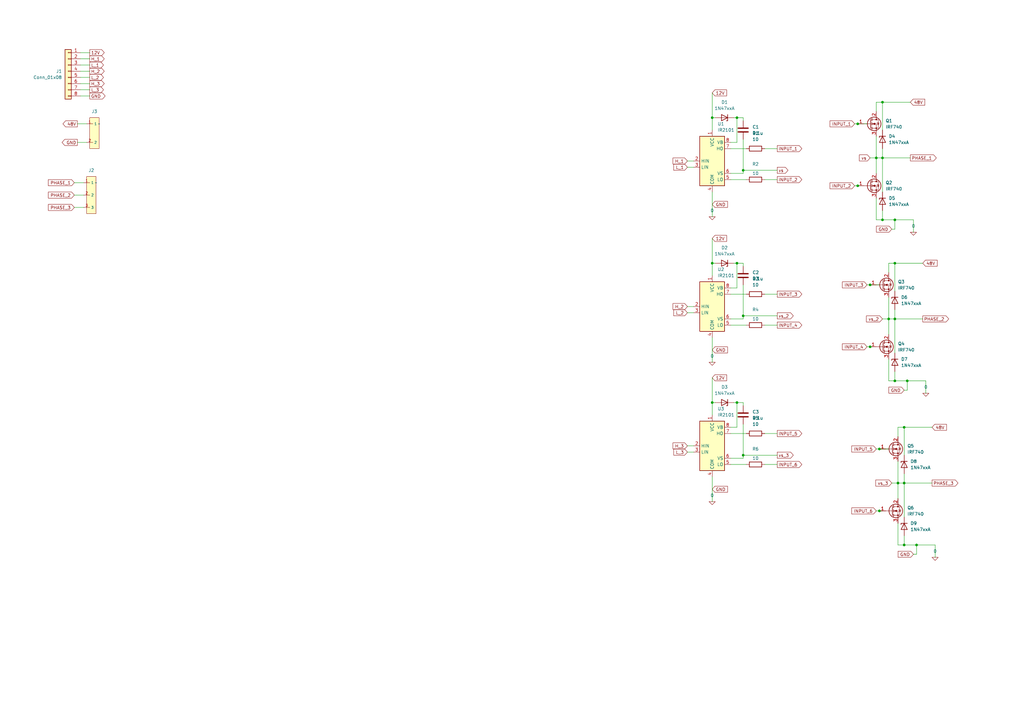
<source format=kicad_sch>
(kicad_sch (version 20230121) (generator eeschema)

  (uuid cce26d94-9aa6-4451-a19b-e0406d59a6e9)

  (paper "A3")

  (lib_symbols
    (symbol "Connector_Generic:Conn_01x08" (pin_names (offset 1.016) hide) (in_bom yes) (on_board yes)
      (property "Reference" "J" (at 0 10.16 0)
        (effects (font (size 1.27 1.27)))
      )
      (property "Value" "Conn_01x08" (at 0 -12.7 0)
        (effects (font (size 1.27 1.27)))
      )
      (property "Footprint" "" (at 0 0 0)
        (effects (font (size 1.27 1.27)) hide)
      )
      (property "Datasheet" "~" (at 0 0 0)
        (effects (font (size 1.27 1.27)) hide)
      )
      (property "ki_keywords" "connector" (at 0 0 0)
        (effects (font (size 1.27 1.27)) hide)
      )
      (property "ki_description" "Generic connector, single row, 01x08, script generated (kicad-library-utils/schlib/autogen/connector/)" (at 0 0 0)
        (effects (font (size 1.27 1.27)) hide)
      )
      (property "ki_fp_filters" "Connector*:*_1x??_*" (at 0 0 0)
        (effects (font (size 1.27 1.27)) hide)
      )
      (symbol "Conn_01x08_1_1"
        (rectangle (start -1.27 -10.033) (end 0 -10.287)
          (stroke (width 0.1524) (type default))
          (fill (type none))
        )
        (rectangle (start -1.27 -7.493) (end 0 -7.747)
          (stroke (width 0.1524) (type default))
          (fill (type none))
        )
        (rectangle (start -1.27 -4.953) (end 0 -5.207)
          (stroke (width 0.1524) (type default))
          (fill (type none))
        )
        (rectangle (start -1.27 -2.413) (end 0 -2.667)
          (stroke (width 0.1524) (type default))
          (fill (type none))
        )
        (rectangle (start -1.27 0.127) (end 0 -0.127)
          (stroke (width 0.1524) (type default))
          (fill (type none))
        )
        (rectangle (start -1.27 2.667) (end 0 2.413)
          (stroke (width 0.1524) (type default))
          (fill (type none))
        )
        (rectangle (start -1.27 5.207) (end 0 4.953)
          (stroke (width 0.1524) (type default))
          (fill (type none))
        )
        (rectangle (start -1.27 7.747) (end 0 7.493)
          (stroke (width 0.1524) (type default))
          (fill (type none))
        )
        (rectangle (start -1.27 8.89) (end 1.27 -11.43)
          (stroke (width 0.254) (type default))
          (fill (type background))
        )
        (pin passive line (at -5.08 7.62 0) (length 3.81)
          (name "Pin_1" (effects (font (size 1.27 1.27))))
          (number "1" (effects (font (size 1.27 1.27))))
        )
        (pin passive line (at -5.08 5.08 0) (length 3.81)
          (name "Pin_2" (effects (font (size 1.27 1.27))))
          (number "2" (effects (font (size 1.27 1.27))))
        )
        (pin passive line (at -5.08 2.54 0) (length 3.81)
          (name "Pin_3" (effects (font (size 1.27 1.27))))
          (number "3" (effects (font (size 1.27 1.27))))
        )
        (pin passive line (at -5.08 0 0) (length 3.81)
          (name "Pin_4" (effects (font (size 1.27 1.27))))
          (number "4" (effects (font (size 1.27 1.27))))
        )
        (pin passive line (at -5.08 -2.54 0) (length 3.81)
          (name "Pin_5" (effects (font (size 1.27 1.27))))
          (number "5" (effects (font (size 1.27 1.27))))
        )
        (pin passive line (at -5.08 -5.08 0) (length 3.81)
          (name "Pin_6" (effects (font (size 1.27 1.27))))
          (number "6" (effects (font (size 1.27 1.27))))
        )
        (pin passive line (at -5.08 -7.62 0) (length 3.81)
          (name "Pin_7" (effects (font (size 1.27 1.27))))
          (number "7" (effects (font (size 1.27 1.27))))
        )
        (pin passive line (at -5.08 -10.16 0) (length 3.81)
          (name "Pin_8" (effects (font (size 1.27 1.27))))
          (number "8" (effects (font (size 1.27 1.27))))
        )
      )
    )
    (symbol "Device:C" (pin_numbers hide) (pin_names (offset 0.254)) (in_bom yes) (on_board yes)
      (property "Reference" "C" (at 0.635 2.54 0)
        (effects (font (size 1.27 1.27)) (justify left))
      )
      (property "Value" "C" (at 0.635 -2.54 0)
        (effects (font (size 1.27 1.27)) (justify left))
      )
      (property "Footprint" "" (at 0.9652 -3.81 0)
        (effects (font (size 1.27 1.27)) hide)
      )
      (property "Datasheet" "~" (at 0 0 0)
        (effects (font (size 1.27 1.27)) hide)
      )
      (property "ki_keywords" "cap capacitor" (at 0 0 0)
        (effects (font (size 1.27 1.27)) hide)
      )
      (property "ki_description" "Unpolarized capacitor" (at 0 0 0)
        (effects (font (size 1.27 1.27)) hide)
      )
      (property "ki_fp_filters" "C_*" (at 0 0 0)
        (effects (font (size 1.27 1.27)) hide)
      )
      (symbol "C_0_1"
        (polyline
          (pts
            (xy -2.032 -0.762)
            (xy 2.032 -0.762)
          )
          (stroke (width 0.508) (type default))
          (fill (type none))
        )
        (polyline
          (pts
            (xy -2.032 0.762)
            (xy 2.032 0.762)
          )
          (stroke (width 0.508) (type default))
          (fill (type none))
        )
      )
      (symbol "C_1_1"
        (pin passive line (at 0 3.81 270) (length 2.794)
          (name "~" (effects (font (size 1.27 1.27))))
          (number "1" (effects (font (size 1.27 1.27))))
        )
        (pin passive line (at 0 -3.81 90) (length 2.794)
          (name "~" (effects (font (size 1.27 1.27))))
          (number "2" (effects (font (size 1.27 1.27))))
        )
      )
    )
    (symbol "Device:R" (pin_numbers hide) (pin_names (offset 0)) (in_bom yes) (on_board yes)
      (property "Reference" "R" (at 2.032 0 90)
        (effects (font (size 1.27 1.27)))
      )
      (property "Value" "R" (at 0 0 90)
        (effects (font (size 1.27 1.27)))
      )
      (property "Footprint" "" (at -1.778 0 90)
        (effects (font (size 1.27 1.27)) hide)
      )
      (property "Datasheet" "~" (at 0 0 0)
        (effects (font (size 1.27 1.27)) hide)
      )
      (property "ki_keywords" "R res resistor" (at 0 0 0)
        (effects (font (size 1.27 1.27)) hide)
      )
      (property "ki_description" "Resistor" (at 0 0 0)
        (effects (font (size 1.27 1.27)) hide)
      )
      (property "ki_fp_filters" "R_*" (at 0 0 0)
        (effects (font (size 1.27 1.27)) hide)
      )
      (symbol "R_0_1"
        (rectangle (start -1.016 -2.54) (end 1.016 2.54)
          (stroke (width 0.254) (type default))
          (fill (type none))
        )
      )
      (symbol "R_1_1"
        (pin passive line (at 0 3.81 270) (length 1.27)
          (name "~" (effects (font (size 1.27 1.27))))
          (number "1" (effects (font (size 1.27 1.27))))
        )
        (pin passive line (at 0 -3.81 90) (length 1.27)
          (name "~" (effects (font (size 1.27 1.27))))
          (number "2" (effects (font (size 1.27 1.27))))
        )
      )
    )
    (symbol "Diode:1N47xxA" (pin_numbers hide) (pin_names hide) (in_bom yes) (on_board yes)
      (property "Reference" "D" (at 0 2.54 0)
        (effects (font (size 1.27 1.27)))
      )
      (property "Value" "1N47xxA" (at 0 -2.54 0)
        (effects (font (size 1.27 1.27)))
      )
      (property "Footprint" "Diode_THT:D_DO-41_SOD81_P10.16mm_Horizontal" (at 0 -4.445 0)
        (effects (font (size 1.27 1.27)) hide)
      )
      (property "Datasheet" "https://www.vishay.com/docs/85816/1n4728a.pdf" (at 0 0 0)
        (effects (font (size 1.27 1.27)) hide)
      )
      (property "ki_keywords" "zener diode" (at 0 0 0)
        (effects (font (size 1.27 1.27)) hide)
      )
      (property "ki_description" "1300mW Silicon planar power Zener diodes, DO-41" (at 0 0 0)
        (effects (font (size 1.27 1.27)) hide)
      )
      (property "ki_fp_filters" "D*DO?41*" (at 0 0 0)
        (effects (font (size 1.27 1.27)) hide)
      )
      (symbol "1N47xxA_0_1"
        (polyline
          (pts
            (xy 1.27 0)
            (xy -1.27 0)
          )
          (stroke (width 0) (type default))
          (fill (type none))
        )
        (polyline
          (pts
            (xy -1.27 -1.27)
            (xy -1.27 1.27)
            (xy -0.762 1.27)
          )
          (stroke (width 0.254) (type default))
          (fill (type none))
        )
        (polyline
          (pts
            (xy 1.27 -1.27)
            (xy 1.27 1.27)
            (xy -1.27 0)
            (xy 1.27 -1.27)
          )
          (stroke (width 0.254) (type default))
          (fill (type none))
        )
      )
      (symbol "1N47xxA_1_1"
        (pin passive line (at -3.81 0 0) (length 2.54)
          (name "K" (effects (font (size 1.27 1.27))))
          (number "1" (effects (font (size 1.27 1.27))))
        )
        (pin passive line (at 3.81 0 180) (length 2.54)
          (name "A" (effects (font (size 1.27 1.27))))
          (number "2" (effects (font (size 1.27 1.27))))
        )
      )
    )
    (symbol "Driver_FET:IR2101" (in_bom yes) (on_board yes)
      (property "Reference" "U" (at 1.27 13.335 0)
        (effects (font (size 1.27 1.27)) (justify left))
      )
      (property "Value" "IR2101" (at 1.27 11.43 0)
        (effects (font (size 1.27 1.27)) (justify left))
      )
      (property "Footprint" "" (at 0 0 0)
        (effects (font (size 1.27 1.27) italic) hide)
      )
      (property "Datasheet" "https://www.infineon.com/dgdl/ir2101.pdf?fileId=5546d462533600a4015355c7a755166c" (at 0 0 0)
        (effects (font (size 1.27 1.27)) hide)
      )
      (property "ki_keywords" "Gate Driver" (at 0 0 0)
        (effects (font (size 1.27 1.27)) hide)
      )
      (property "ki_description" "High and Low Side Driver, 600V, 210/360mA, PDIP-8/SOIC-8" (at 0 0 0)
        (effects (font (size 1.27 1.27)) hide)
      )
      (property "ki_fp_filters" "SOIC*3.9x4.9mm*P1.27mm* DIP*W7.62mm*" (at 0 0 0)
        (effects (font (size 1.27 1.27)) hide)
      )
      (symbol "IR2101_0_1"
        (rectangle (start -5.08 -10.16) (end 5.08 10.16)
          (stroke (width 0.254) (type default))
          (fill (type background))
        )
      )
      (symbol "IR2101_1_1"
        (pin power_in line (at 0 12.7 270) (length 2.54)
          (name "VCC" (effects (font (size 1.27 1.27))))
          (number "1" (effects (font (size 1.27 1.27))))
        )
        (pin input line (at -7.62 0 0) (length 2.54)
          (name "HIN" (effects (font (size 1.27 1.27))))
          (number "2" (effects (font (size 1.27 1.27))))
        )
        (pin input line (at -7.62 -2.54 0) (length 2.54)
          (name "LIN" (effects (font (size 1.27 1.27))))
          (number "3" (effects (font (size 1.27 1.27))))
        )
        (pin power_in line (at 0 -12.7 90) (length 2.54)
          (name "COM" (effects (font (size 1.27 1.27))))
          (number "4" (effects (font (size 1.27 1.27))))
        )
        (pin output line (at 7.62 -7.62 180) (length 2.54)
          (name "LO" (effects (font (size 1.27 1.27))))
          (number "5" (effects (font (size 1.27 1.27))))
        )
        (pin passive line (at 7.62 -5.08 180) (length 2.54)
          (name "VS" (effects (font (size 1.27 1.27))))
          (number "6" (effects (font (size 1.27 1.27))))
        )
        (pin output line (at 7.62 5.08 180) (length 2.54)
          (name "HO" (effects (font (size 1.27 1.27))))
          (number "7" (effects (font (size 1.27 1.27))))
        )
        (pin passive line (at 7.62 7.62 180) (length 2.54)
          (name "VB" (effects (font (size 1.27 1.27))))
          (number "8" (effects (font (size 1.27 1.27))))
        )
      )
    )
    (symbol "New_Library:1X2 KLEMENS" (in_bom yes) (on_board yes)
      (property "Reference" "J" (at 2.54 -12.7 0)
        (effects (font (size 1.27 1.27)))
      )
      (property "Value" "" (at 0 0 0)
        (effects (font (size 1.27 1.27)))
      )
      (property "Footprint" "" (at 0 0 0)
        (effects (font (size 1.27 1.27)) hide)
      )
      (property "Datasheet" "" (at 0 0 0)
        (effects (font (size 1.27 1.27)) hide)
      )
      (symbol "1X2 KLEMENS_1_1"
        (rectangle (start 0 2.54) (end 3.81 -10.16)
          (stroke (width 0) (type default))
          (fill (type background))
        )
        (pin output line (at 5.08 0 180) (length 2.54)
          (name "1" (effects (font (size 1 1))))
          (number "1" (effects (font (size 1 1))))
        )
        (pin output line (at 5.08 -7.62 180) (length 2.54)
          (name "2" (effects (font (size 1 1))))
          (number "2" (effects (font (size 1 1))))
        )
      )
    )
    (symbol "New_Library:1X3 KLEMENS" (in_bom yes) (on_board yes)
      (property "Reference" "J" (at -1.27 -12.7 0)
        (effects (font (size 1.27 1.27)))
      )
      (property "Value" "" (at 0 0 0)
        (effects (font (size 1.27 1.27)))
      )
      (property "Footprint" "" (at 0 0 0)
        (effects (font (size 1.27 1.27)) hide)
      )
      (property "Datasheet" "" (at 0 0 0)
        (effects (font (size 1.27 1.27)) hide)
      )
      (symbol "1X3 KLEMENS_1_1"
        (rectangle (start 0 2.54) (end 3.81 -12.7)
          (stroke (width 0) (type default))
          (fill (type background))
        )
        (pin output line (at 5.08 0 180) (length 2.54)
          (name "1" (effects (font (size 1 1))))
          (number "1" (effects (font (size 1 1))))
        )
        (pin output line (at 5.08 -5.08 180) (length 2.54)
          (name "2" (effects (font (size 1 1))))
          (number "2" (effects (font (size 1 1))))
        )
        (pin output line (at 5.08 -10.16 180) (length 2.54)
          (name "3" (effects (font (size 1 1))))
          (number "3" (effects (font (size 1 1))))
        )
      )
    )
    (symbol "Simulation_SPICE:0" (power) (pin_names (offset 0)) (in_bom yes) (on_board yes)
      (property "Reference" "#GND" (at 0 -2.54 0)
        (effects (font (size 1.27 1.27)) hide)
      )
      (property "Value" "0" (at 0 -1.778 0)
        (effects (font (size 1.27 1.27)))
      )
      (property "Footprint" "" (at 0 0 0)
        (effects (font (size 1.27 1.27)) hide)
      )
      (property "Datasheet" "~" (at 0 0 0)
        (effects (font (size 1.27 1.27)) hide)
      )
      (property "ki_keywords" "simulation" (at 0 0 0)
        (effects (font (size 1.27 1.27)) hide)
      )
      (property "ki_description" "0V reference potential for simulation" (at 0 0 0)
        (effects (font (size 1.27 1.27)) hide)
      )
      (symbol "0_0_1"
        (polyline
          (pts
            (xy -1.27 0)
            (xy 0 -1.27)
            (xy 1.27 0)
            (xy -1.27 0)
          )
          (stroke (width 0) (type default))
          (fill (type none))
        )
      )
      (symbol "0_1_1"
        (pin power_in line (at 0 0 0) (length 0) hide
          (name "0" (effects (font (size 1.016 1.016))))
          (number "1" (effects (font (size 1.016 1.016))))
        )
      )
    )
    (symbol "Transistor_FET:IRF740" (pin_names hide) (in_bom yes) (on_board yes)
      (property "Reference" "Q" (at 5.08 1.905 0)
        (effects (font (size 1.27 1.27)) (justify left))
      )
      (property "Value" "IRF740" (at 5.08 0 0)
        (effects (font (size 1.27 1.27)) (justify left))
      )
      (property "Footprint" "Package_TO_SOT_THT:TO-220-3_Vertical" (at 5.08 -1.905 0)
        (effects (font (size 1.27 1.27) italic) (justify left) hide)
      )
      (property "Datasheet" "http://www.vishay.com/docs/91054/91054.pdf" (at 5.08 -3.81 0)
        (effects (font (size 1.27 1.27)) (justify left) hide)
      )
      (property "ki_keywords" "N Channel" (at 0 0 0)
        (effects (font (size 1.27 1.27)) hide)
      )
      (property "ki_description" "10A Id, 400V Vds, N-Channel Power MOSFET, 500mOhm Rds, TO-220AB" (at 0 0 0)
        (effects (font (size 1.27 1.27)) hide)
      )
      (property "ki_fp_filters" "TO?220*" (at 0 0 0)
        (effects (font (size 1.27 1.27)) hide)
      )
      (symbol "IRF740_0_1"
        (polyline
          (pts
            (xy 0.254 0)
            (xy -2.54 0)
          )
          (stroke (width 0) (type default))
          (fill (type none))
        )
        (polyline
          (pts
            (xy 0.254 1.905)
            (xy 0.254 -1.905)
          )
          (stroke (width 0.254) (type default))
          (fill (type none))
        )
        (polyline
          (pts
            (xy 0.762 -1.27)
            (xy 0.762 -2.286)
          )
          (stroke (width 0.254) (type default))
          (fill (type none))
        )
        (polyline
          (pts
            (xy 0.762 0.508)
            (xy 0.762 -0.508)
          )
          (stroke (width 0.254) (type default))
          (fill (type none))
        )
        (polyline
          (pts
            (xy 0.762 2.286)
            (xy 0.762 1.27)
          )
          (stroke (width 0.254) (type default))
          (fill (type none))
        )
        (polyline
          (pts
            (xy 2.54 2.54)
            (xy 2.54 1.778)
          )
          (stroke (width 0) (type default))
          (fill (type none))
        )
        (polyline
          (pts
            (xy 2.54 -2.54)
            (xy 2.54 0)
            (xy 0.762 0)
          )
          (stroke (width 0) (type default))
          (fill (type none))
        )
        (polyline
          (pts
            (xy 0.762 -1.778)
            (xy 3.302 -1.778)
            (xy 3.302 1.778)
            (xy 0.762 1.778)
          )
          (stroke (width 0) (type default))
          (fill (type none))
        )
        (polyline
          (pts
            (xy 1.016 0)
            (xy 2.032 0.381)
            (xy 2.032 -0.381)
            (xy 1.016 0)
          )
          (stroke (width 0) (type default))
          (fill (type outline))
        )
        (polyline
          (pts
            (xy 2.794 0.508)
            (xy 2.921 0.381)
            (xy 3.683 0.381)
            (xy 3.81 0.254)
          )
          (stroke (width 0) (type default))
          (fill (type none))
        )
        (polyline
          (pts
            (xy 3.302 0.381)
            (xy 2.921 -0.254)
            (xy 3.683 -0.254)
            (xy 3.302 0.381)
          )
          (stroke (width 0) (type default))
          (fill (type none))
        )
        (circle (center 1.651 0) (radius 2.794)
          (stroke (width 0.254) (type default))
          (fill (type none))
        )
        (circle (center 2.54 -1.778) (radius 0.254)
          (stroke (width 0) (type default))
          (fill (type outline))
        )
        (circle (center 2.54 1.778) (radius 0.254)
          (stroke (width 0) (type default))
          (fill (type outline))
        )
      )
      (symbol "IRF740_1_1"
        (pin input line (at -5.08 0 0) (length 2.54)
          (name "G" (effects (font (size 1.27 1.27))))
          (number "1" (effects (font (size 1.27 1.27))))
        )
        (pin passive line (at 2.54 5.08 270) (length 2.54)
          (name "D" (effects (font (size 1.27 1.27))))
          (number "2" (effects (font (size 1.27 1.27))))
        )
        (pin passive line (at 2.54 -5.08 90) (length 2.54)
          (name "S" (effects (font (size 1.27 1.27))))
          (number "3" (effects (font (size 1.27 1.27))))
        )
      )
    )
  )

  (junction (at 367.03 130.81) (diameter 0) (color 0 0 0 0)
    (uuid 0807e8f8-1dc3-4b98-95ac-643c6857f23c)
  )
  (junction (at 361.95 41.91) (diameter 0) (color 0 0 0 0)
    (uuid 0e0cc8b1-0050-4ada-ae5e-4deabc2a9036)
  )
  (junction (at 360.68 209.55) (diameter 0) (color 0 0 0 0)
    (uuid 0ecd97bc-db69-49ac-a3ac-01ba0fee88dd)
  )
  (junction (at 302.26 48.26) (diameter 0) (color 0 0 0 0)
    (uuid 12296682-b837-414c-bb35-ea20e08fe691)
  )
  (junction (at 361.95 90.17) (diameter 0) (color 0 0 0 0)
    (uuid 15bf0d92-21dc-4845-8f66-927b1799e3c0)
  )
  (junction (at 304.8 69.85) (diameter 0) (color 0 0 0 0)
    (uuid 1f732115-98f8-4d5c-b012-70b0060951bb)
  )
  (junction (at 359.41 64.77) (diameter 0) (color 0 0 0 0)
    (uuid 20d32092-82a9-4f6f-9e61-5f8c02a53b8e)
  )
  (junction (at 361.95 64.77) (diameter 0) (color 0 0 0 0)
    (uuid 24163aa6-9b0d-496b-a8e9-c3bbaf7b4e91)
  )
  (junction (at 302.26 165.1) (diameter 0) (color 0 0 0 0)
    (uuid 275cc9af-f702-457e-b24c-ea1e2c8d6cb4)
  )
  (junction (at 292.1 165.1) (diameter 0) (color 0 0 0 0)
    (uuid 2e2af768-6a48-413e-aa43-9339c8173a5f)
  )
  (junction (at 360.68 184.15) (diameter 0) (color 0 0 0 0)
    (uuid 3847f113-a026-43d1-a050-2b665e9eda54)
  )
  (junction (at 292.1 107.95) (diameter 0) (color 0 0 0 0)
    (uuid 39905be6-fdc9-4b4d-9334-73d598eb36af)
  )
  (junction (at 292.1 48.26) (diameter 0) (color 0 0 0 0)
    (uuid 3a39c04f-bd26-40d6-8ae6-0288f03288dc)
  )
  (junction (at 370.84 175.26) (diameter 0) (color 0 0 0 0)
    (uuid 4d8648d3-12a8-45cc-b757-7ff4a310393b)
  )
  (junction (at 367.03 90.17) (diameter 0) (color 0 0 0 0)
    (uuid 59f78bb0-f8e8-4dd1-8cbc-ccd8669bc4da)
  )
  (junction (at 370.84 223.52) (diameter 0) (color 0 0 0 0)
    (uuid 723f7e12-44bc-48a3-b6cc-6bb177f19fd3)
  )
  (junction (at 304.8 129.54) (diameter 0) (color 0 0 0 0)
    (uuid 77f63cc5-415a-4eb0-af2f-f70f451aad88)
  )
  (junction (at 367.03 156.21) (diameter 0) (color 0 0 0 0)
    (uuid 7df061cc-8913-457e-9e6b-8ccf5b25dbef)
  )
  (junction (at 375.92 223.52) (diameter 0) (color 0 0 0 0)
    (uuid 811c1264-7561-47cd-821c-58be64fba6d9)
  )
  (junction (at 356.87 142.24) (diameter 0) (color 0 0 0 0)
    (uuid 8cd3dfb3-6f0b-4665-b723-88d3c1c479a9)
  )
  (junction (at 364.49 130.81) (diameter 0) (color 0 0 0 0)
    (uuid 8e7c8c95-04bd-4fd0-bb47-4687fb86af27)
  )
  (junction (at 367.03 107.95) (diameter 0) (color 0 0 0 0)
    (uuid 99ced839-304a-4f8d-8048-2568a65a9f00)
  )
  (junction (at 351.79 76.2) (diameter 0) (color 0 0 0 0)
    (uuid c340f7e9-7006-4ae0-9ddf-98d6549f3aa5)
  )
  (junction (at 372.11 156.21) (diameter 0) (color 0 0 0 0)
    (uuid c7d33c1b-e08b-432d-9eca-3240641f8958)
  )
  (junction (at 368.3 198.12) (diameter 0) (color 0 0 0 0)
    (uuid cfb4f4f4-b6df-4731-a99a-8cca15a7aefb)
  )
  (junction (at 351.79 50.8) (diameter 0) (color 0 0 0 0)
    (uuid d0ad5b44-03d9-450b-a653-234ab3c0de37)
  )
  (junction (at 370.84 198.12) (diameter 0) (color 0 0 0 0)
    (uuid d87770af-a99d-4ea4-b356-c3e20c6bcd96)
  )
  (junction (at 304.8 186.69) (diameter 0) (color 0 0 0 0)
    (uuid da68edd0-79b1-4e8c-9902-c46caf2b2454)
  )
  (junction (at 356.87 116.84) (diameter 0) (color 0 0 0 0)
    (uuid e9cbfea7-a1e2-46fe-8207-746fc703327f)
  )
  (junction (at 302.26 107.95) (diameter 0) (color 0 0 0 0)
    (uuid f511cfc2-2ba3-488f-b98c-57e077100d9c)
  )

  (wire (pts (xy 368.3 223.52) (xy 368.3 214.63))
    (stroke (width 0) (type default))
    (uuid 040e4e3c-a965-43da-bdcd-16e1332bd3f0)
  )
  (wire (pts (xy 375.92 227.33) (xy 375.92 223.52))
    (stroke (width 0) (type default))
    (uuid 04f7b6f7-6741-4e1a-a276-9bfadab8207d)
  )
  (wire (pts (xy 292.1 154.94) (xy 292.1 165.1))
    (stroke (width 0) (type default))
    (uuid 0688234e-d062-4f5c-97cf-f915b4137978)
  )
  (wire (pts (xy 292.1 38.1) (xy 292.1 48.26))
    (stroke (width 0) (type default))
    (uuid 078bcda4-45a0-4fef-98aa-39937753f37c)
  )
  (wire (pts (xy 299.72 73.66) (xy 306.07 73.66))
    (stroke (width 0) (type default))
    (uuid 0925bf2f-d251-4579-b5c9-1e13bcc6874f)
  )
  (wire (pts (xy 292.1 138.43) (xy 292.1 148.59))
    (stroke (width 0) (type default))
    (uuid 098fa962-38e6-4064-8fc1-b1f2b705b1ee)
  )
  (wire (pts (xy 299.72 120.65) (xy 306.07 120.65))
    (stroke (width 0) (type default))
    (uuid 09d273c7-d4ad-4a62-ad63-c446d26c9740)
  )
  (wire (pts (xy 372.11 156.21) (xy 367.03 156.21))
    (stroke (width 0) (type default))
    (uuid 0a5f61eb-9465-48bb-8c69-66339572d52c)
  )
  (wire (pts (xy 367.03 130.81) (xy 364.49 130.81))
    (stroke (width 0) (type default))
    (uuid 0b10da96-d8c5-4087-9db0-aa0877310e31)
  )
  (wire (pts (xy 367.03 152.4) (xy 367.03 156.21))
    (stroke (width 0) (type default))
    (uuid 0e3ae00f-ab34-4924-a7a9-154a1886a222)
  )
  (wire (pts (xy 313.69 120.65) (xy 318.77 120.65))
    (stroke (width 0) (type default))
    (uuid 116d3192-3141-4d22-b580-af3011bc0ad4)
  )
  (wire (pts (xy 304.8 129.54) (xy 304.8 116.84))
    (stroke (width 0) (type default))
    (uuid 11f06916-c2d9-47d8-a7d5-e82726aebac4)
  )
  (wire (pts (xy 299.72 177.8) (xy 306.07 177.8))
    (stroke (width 0) (type default))
    (uuid 13db134e-7886-49d7-a028-a42d966b3572)
  )
  (wire (pts (xy 304.8 107.95) (xy 302.26 107.95))
    (stroke (width 0) (type default))
    (uuid 141e024f-1a27-460b-b6f1-b6281d7c994a)
  )
  (wire (pts (xy 383.54 223.52) (xy 375.92 223.52))
    (stroke (width 0) (type default))
    (uuid 1a27b6e1-b6fd-4931-a914-1c2b85482e74)
  )
  (wire (pts (xy 367.03 107.95) (xy 367.03 119.38))
    (stroke (width 0) (type default))
    (uuid 1ac51b9e-a110-44c8-af33-b8b946a6cd7a)
  )
  (wire (pts (xy 368.3 198.12) (xy 368.3 204.47))
    (stroke (width 0) (type default))
    (uuid 1beae5d1-45c4-4a40-a3d7-85479bfde3b0)
  )
  (wire (pts (xy 33.02 26.67) (xy 36.83 26.67))
    (stroke (width 0) (type default))
    (uuid 1e7b9fbb-a685-46ed-ae88-a722c3387c63)
  )
  (wire (pts (xy 304.8 186.69) (xy 304.8 173.99))
    (stroke (width 0) (type default))
    (uuid 1fabaf43-c94f-4fff-989c-0b14cbb7f3a6)
  )
  (wire (pts (xy 367.03 93.98) (xy 367.03 90.17))
    (stroke (width 0) (type default))
    (uuid 218c045b-07d4-47ea-8629-19cb1e3e13cd)
  )
  (wire (pts (xy 299.72 60.96) (xy 306.07 60.96))
    (stroke (width 0) (type default))
    (uuid 25351fca-7a64-47b9-bafb-b1c45052fb6a)
  )
  (wire (pts (xy 359.41 41.91) (xy 359.41 45.72))
    (stroke (width 0) (type default))
    (uuid 27f70ebc-80d8-4d15-b9dc-2d29c3945445)
  )
  (wire (pts (xy 364.49 130.81) (xy 364.49 137.16))
    (stroke (width 0) (type default))
    (uuid 28904c77-27d8-4690-93ba-e7ba0d9689f0)
  )
  (wire (pts (xy 364.49 121.92) (xy 364.49 130.81))
    (stroke (width 0) (type default))
    (uuid 2905c3fa-5295-4bca-80e7-d718977d44ce)
  )
  (wire (pts (xy 370.84 198.12) (xy 368.3 198.12))
    (stroke (width 0) (type default))
    (uuid 2ada7cf6-9723-456c-a13b-6851e0904738)
  )
  (wire (pts (xy 304.8 69.85) (xy 318.77 69.85))
    (stroke (width 0) (type default))
    (uuid 2b963fca-c5ff-4dc5-9f9c-a5aeb7face22)
  )
  (wire (pts (xy 281.94 125.73) (xy 284.48 125.73))
    (stroke (width 0) (type default))
    (uuid 2bff9ad6-abf6-42df-be8c-5b56aae056b9)
  )
  (wire (pts (xy 370.84 198.12) (xy 370.84 212.09))
    (stroke (width 0) (type default))
    (uuid 2d92dfe9-5d3e-4f8b-a9ff-33226e74042c)
  )
  (wire (pts (xy 281.94 68.58) (xy 284.48 68.58))
    (stroke (width 0) (type default))
    (uuid 2f3bffeb-fedd-4f91-8c05-dbc97c608706)
  )
  (wire (pts (xy 292.1 113.03) (xy 292.1 107.95))
    (stroke (width 0) (type default))
    (uuid 30971460-0a58-454c-be8d-476eb5f86397)
  )
  (wire (pts (xy 361.95 64.77) (xy 373.38 64.77))
    (stroke (width 0) (type default))
    (uuid 31c8a46a-78fb-4e1f-8248-9ae5814ea3db)
  )
  (wire (pts (xy 360.68 184.15) (xy 359.41 184.15))
    (stroke (width 0) (type default))
    (uuid 32a54433-1e0e-49a8-b65d-d8f703e41292)
  )
  (wire (pts (xy 367.03 90.17) (xy 361.95 90.17))
    (stroke (width 0) (type default))
    (uuid 340b16b9-ee7f-49f1-ba1f-ec584df385bd)
  )
  (wire (pts (xy 313.69 60.96) (xy 318.77 60.96))
    (stroke (width 0) (type default))
    (uuid 342b4675-f126-48a5-962d-92eef9e0f239)
  )
  (wire (pts (xy 292.1 48.26) (xy 293.37 48.26))
    (stroke (width 0) (type default))
    (uuid 343dcfad-54a3-4c24-b674-f470dfda9e7a)
  )
  (wire (pts (xy 299.72 190.5) (xy 306.07 190.5))
    (stroke (width 0) (type default))
    (uuid 3478aaf9-c17f-4530-ad7e-4fe65030c962)
  )
  (wire (pts (xy 304.8 130.81) (xy 304.8 129.54))
    (stroke (width 0) (type default))
    (uuid 3707e8ec-deb6-4eb2-85ec-fc93ec1aae1a)
  )
  (wire (pts (xy 359.41 90.17) (xy 359.41 81.28))
    (stroke (width 0) (type default))
    (uuid 3766160f-72ac-4cd0-a031-4d220ef4dc75)
  )
  (wire (pts (xy 361.95 60.96) (xy 361.95 64.77))
    (stroke (width 0) (type default))
    (uuid 3a03efbd-0ef9-4a7b-9869-ce5bdeb9e493)
  )
  (wire (pts (xy 370.84 175.26) (xy 382.27 175.26))
    (stroke (width 0) (type default))
    (uuid 3adaf798-1213-4d4f-8fe4-77082e5b5f84)
  )
  (wire (pts (xy 379.73 156.21) (xy 379.73 161.29))
    (stroke (width 0) (type default))
    (uuid 3c2d7cf5-e583-4a9f-b897-2b640233147f)
  )
  (wire (pts (xy 361.95 90.17) (xy 359.41 90.17))
    (stroke (width 0) (type default))
    (uuid 43577791-f590-48fb-a92c-917af61e1e97)
  )
  (wire (pts (xy 370.84 198.12) (xy 382.27 198.12))
    (stroke (width 0) (type default))
    (uuid 44259de3-b006-4bab-bbb7-748a3b33bd74)
  )
  (wire (pts (xy 292.1 195.58) (xy 292.1 205.74))
    (stroke (width 0) (type default))
    (uuid 446eec83-d161-4e85-a658-b1cd419eb095)
  )
  (wire (pts (xy 313.69 133.35) (xy 318.77 133.35))
    (stroke (width 0) (type default))
    (uuid 498ffa06-591a-4437-b3b9-0c2a2beb1dd4)
  )
  (wire (pts (xy 364.49 130.81) (xy 361.95 130.81))
    (stroke (width 0) (type default))
    (uuid 5079cec8-df15-4414-b281-5e6794fc5d22)
  )
  (wire (pts (xy 370.84 219.71) (xy 370.84 223.52))
    (stroke (width 0) (type default))
    (uuid 520758b2-169a-4c54-8502-d21e991f0e93)
  )
  (wire (pts (xy 374.65 227.33) (xy 375.92 227.33))
    (stroke (width 0) (type default))
    (uuid 52089aa0-aea3-4458-8e91-6c12bc63eec8)
  )
  (wire (pts (xy 372.11 160.02) (xy 372.11 156.21))
    (stroke (width 0) (type default))
    (uuid 521da42b-ba9e-4a72-a595-adac1775f47a)
  )
  (wire (pts (xy 368.3 189.23) (xy 368.3 198.12))
    (stroke (width 0) (type default))
    (uuid 542a8acb-7ac5-4f93-b971-c80fbaf92755)
  )
  (wire (pts (xy 302.26 165.1) (xy 300.99 165.1))
    (stroke (width 0) (type default))
    (uuid 56f1531c-6679-438c-afe5-0962a4996d3e)
  )
  (wire (pts (xy 355.6 50.8) (xy 351.79 50.8))
    (stroke (width 0) (type default))
    (uuid 5b1509a4-dedb-4324-8bce-e15cce13f623)
  )
  (wire (pts (xy 299.72 187.96) (xy 304.8 187.96))
    (stroke (width 0) (type default))
    (uuid 5c2c0d05-b0a2-4f23-8143-a5fde04f6c0e)
  )
  (wire (pts (xy 367.03 127) (xy 367.03 130.81))
    (stroke (width 0) (type default))
    (uuid 5c6eb604-2870-4095-815f-298ce50b6a9d)
  )
  (wire (pts (xy 359.41 64.77) (xy 356.87 64.77))
    (stroke (width 0) (type default))
    (uuid 5ce27332-e246-41dc-a885-e19e4bfd383f)
  )
  (wire (pts (xy 299.72 58.42) (xy 302.26 58.42))
    (stroke (width 0) (type default))
    (uuid 5d8606b4-438a-4918-a422-51945ccee2b4)
  )
  (wire (pts (xy 299.72 118.11) (xy 302.26 118.11))
    (stroke (width 0) (type default))
    (uuid 5f8b1006-801a-4456-a155-d1401b993306)
  )
  (wire (pts (xy 299.72 133.35) (xy 306.07 133.35))
    (stroke (width 0) (type default))
    (uuid 61981108-eec9-4869-a2e8-0e8a5ec0a494)
  )
  (wire (pts (xy 370.84 175.26) (xy 370.84 186.69))
    (stroke (width 0) (type default))
    (uuid 634e1da1-fde0-4053-93b4-183e921d38b1)
  )
  (wire (pts (xy 302.26 107.95) (xy 300.99 107.95))
    (stroke (width 0) (type default))
    (uuid 66cd517f-3bb7-4ddd-a33a-20f47926191a)
  )
  (wire (pts (xy 304.8 48.26) (xy 302.26 48.26))
    (stroke (width 0) (type default))
    (uuid 6ba5d5bf-7a82-425c-8c08-230ff3d892df)
  )
  (wire (pts (xy 353.06 76.2) (xy 351.79 76.2))
    (stroke (width 0) (type default))
    (uuid 701c050b-9f26-4f67-96fa-92c69cee61de)
  )
  (wire (pts (xy 281.94 182.88) (xy 284.48 182.88))
    (stroke (width 0) (type default))
    (uuid 71e4a439-1ad0-4a23-b69d-8361d0004321)
  )
  (wire (pts (xy 30.48 80.01) (xy 34.29 80.01))
    (stroke (width 0) (type default))
    (uuid 726d7470-0728-4485-9725-be36260e5c19)
  )
  (wire (pts (xy 304.8 166.37) (xy 304.8 165.1))
    (stroke (width 0) (type default))
    (uuid 73a79bc4-47c4-4552-a3e2-ac20d27c6dd0)
  )
  (wire (pts (xy 299.72 71.12) (xy 304.8 71.12))
    (stroke (width 0) (type default))
    (uuid 769fb4cb-2ecf-4680-a131-1093175c5e0d)
  )
  (wire (pts (xy 304.8 186.69) (xy 318.77 186.69))
    (stroke (width 0) (type default))
    (uuid 77581a87-7ed4-418b-abf0-0ccfe0b7a181)
  )
  (wire (pts (xy 367.03 156.21) (xy 364.49 156.21))
    (stroke (width 0) (type default))
    (uuid 784e4081-6daf-48b3-b72e-1ba06e275d28)
  )
  (wire (pts (xy 30.48 74.93) (xy 34.29 74.93))
    (stroke (width 0) (type default))
    (uuid 7bca2720-d173-4682-8d56-c9541d6b2947)
  )
  (wire (pts (xy 302.26 48.26) (xy 300.99 48.26))
    (stroke (width 0) (type default))
    (uuid 7bfdc119-540a-46fb-bb5a-261f57035ae3)
  )
  (wire (pts (xy 364.49 156.21) (xy 364.49 147.32))
    (stroke (width 0) (type default))
    (uuid 7e658f0f-bcba-4870-8f0e-613efa69aee8)
  )
  (wire (pts (xy 304.8 71.12) (xy 304.8 69.85))
    (stroke (width 0) (type default))
    (uuid 81024d25-b68e-485e-bfd2-11387921e4d4)
  )
  (wire (pts (xy 302.26 175.26) (xy 302.26 165.1))
    (stroke (width 0) (type default))
    (uuid 8190146c-cb99-405b-bf5b-3ea1bca504e2)
  )
  (wire (pts (xy 374.65 90.17) (xy 374.65 95.25))
    (stroke (width 0) (type default))
    (uuid 81e273e1-bf46-4d34-bf8b-d71f3ed177d5)
  )
  (wire (pts (xy 361.95 41.91) (xy 361.95 53.34))
    (stroke (width 0) (type default))
    (uuid 83f55e5f-1a21-42e7-9723-3d62fc1bf227)
  )
  (wire (pts (xy 292.1 107.95) (xy 293.37 107.95))
    (stroke (width 0) (type default))
    (uuid 8cffb1bf-5805-4921-baba-8d5e5ba8cfca)
  )
  (wire (pts (xy 365.76 93.98) (xy 367.03 93.98))
    (stroke (width 0) (type default))
    (uuid 8e1a61cb-76bf-4935-ac03-c093e51ab997)
  )
  (wire (pts (xy 373.38 41.91) (xy 361.95 41.91))
    (stroke (width 0) (type default))
    (uuid 91091a59-465e-4df9-a77e-3e10f20b791b)
  )
  (wire (pts (xy 359.41 64.77) (xy 359.41 71.12))
    (stroke (width 0) (type default))
    (uuid 91bc1e0f-ed39-4522-9b26-83b650ad1082)
  )
  (wire (pts (xy 299.72 175.26) (xy 302.26 175.26))
    (stroke (width 0) (type default))
    (uuid 93c34449-8658-495d-93c8-5b6d53ecf57f)
  )
  (wire (pts (xy 31.75 50.8) (xy 35.56 50.8))
    (stroke (width 0) (type default))
    (uuid 9477a454-f8da-4d84-bacf-cfd8a6137cdd)
  )
  (wire (pts (xy 313.69 177.8) (xy 318.77 177.8))
    (stroke (width 0) (type default))
    (uuid 9679263c-7e9a-442d-adac-d5036a6b2eda)
  )
  (wire (pts (xy 292.1 97.79) (xy 292.1 107.95))
    (stroke (width 0) (type default))
    (uuid 96b0617d-42bd-4a4b-af75-d7d6ee3fffb0)
  )
  (wire (pts (xy 368.3 175.26) (xy 368.3 179.07))
    (stroke (width 0) (type default))
    (uuid 9a617a6f-483a-406f-b110-40e4e2ff9c53)
  )
  (wire (pts (xy 383.54 223.52) (xy 383.54 228.6))
    (stroke (width 0) (type default))
    (uuid 9a6d2337-5cd9-431b-b3ec-f00fbe3f48a0)
  )
  (wire (pts (xy 33.02 36.83) (xy 36.83 36.83))
    (stroke (width 0) (type default))
    (uuid 9b5c1a07-bff1-450a-9bbd-4fd1210c7494)
  )
  (wire (pts (xy 370.84 194.31) (xy 370.84 198.12))
    (stroke (width 0) (type default))
    (uuid 9c021f51-8b73-4aa7-9806-9344075680ff)
  )
  (wire (pts (xy 361.95 41.91) (xy 359.41 41.91))
    (stroke (width 0) (type default))
    (uuid a254185d-1fc2-4597-b300-afbb5a1dba82)
  )
  (wire (pts (xy 361.95 86.36) (xy 361.95 90.17))
    (stroke (width 0) (type default))
    (uuid a4baeef7-a905-4bf4-ac8b-dc34d53ed88b)
  )
  (wire (pts (xy 304.8 129.54) (xy 318.77 129.54))
    (stroke (width 0) (type default))
    (uuid a508f44b-4e89-4203-b1fc-2c057ce21ca6)
  )
  (wire (pts (xy 313.69 73.66) (xy 318.77 73.66))
    (stroke (width 0) (type default))
    (uuid a741521d-673b-4ef8-8bbe-ac000afefab4)
  )
  (wire (pts (xy 361.95 64.77) (xy 361.95 78.74))
    (stroke (width 0) (type default))
    (uuid a8320a2b-d0fe-43bd-ba6b-4cad08cad61d)
  )
  (wire (pts (xy 33.02 34.29) (xy 36.83 34.29))
    (stroke (width 0) (type default))
    (uuid a9119d57-6a25-401a-9208-900ae59c7710)
  )
  (wire (pts (xy 367.03 130.81) (xy 367.03 144.78))
    (stroke (width 0) (type default))
    (uuid b0da0b2c-8f87-49e6-b4b2-cec589b581a2)
  )
  (wire (pts (xy 359.41 55.88) (xy 359.41 64.77))
    (stroke (width 0) (type default))
    (uuid b1f8c846-6028-4a1e-81a9-30e9d888feb6)
  )
  (wire (pts (xy 367.03 130.81) (xy 378.46 130.81))
    (stroke (width 0) (type default))
    (uuid b402d98b-7ed9-4a6a-ac98-10e770793313)
  )
  (wire (pts (xy 302.26 58.42) (xy 302.26 48.26))
    (stroke (width 0) (type default))
    (uuid b47ce54f-aacd-4c7b-becb-e1705fff65f7)
  )
  (wire (pts (xy 364.49 107.95) (xy 364.49 111.76))
    (stroke (width 0) (type default))
    (uuid b492ca08-76a1-49c5-99d9-e6de4ae8190f)
  )
  (wire (pts (xy 361.95 209.55) (xy 360.68 209.55))
    (stroke (width 0) (type default))
    (uuid b5f61547-85af-4701-8a1b-4a0bbae392d2)
  )
  (wire (pts (xy 351.79 76.2) (xy 350.52 76.2))
    (stroke (width 0) (type default))
    (uuid b6e982a7-54f9-4797-9374-e9429518b588)
  )
  (wire (pts (xy 292.1 170.18) (xy 292.1 165.1))
    (stroke (width 0) (type default))
    (uuid b72ea514-4832-4bbc-b206-d39717d6c6b2)
  )
  (wire (pts (xy 31.75 58.42) (xy 35.56 58.42))
    (stroke (width 0) (type default))
    (uuid b819e91b-d587-4799-8d1a-da483f6c56bd)
  )
  (wire (pts (xy 281.94 66.04) (xy 284.48 66.04))
    (stroke (width 0) (type default))
    (uuid b87827cd-b49a-47a6-bd17-fbc2c3691513)
  )
  (wire (pts (xy 375.92 223.52) (xy 370.84 223.52))
    (stroke (width 0) (type default))
    (uuid b8f0b575-8d92-462f-a34f-79d8db8cc408)
  )
  (wire (pts (xy 33.02 21.59) (xy 36.83 21.59))
    (stroke (width 0) (type default))
    (uuid b9d26e1b-5a11-464e-9c48-1b18289a4143)
  )
  (wire (pts (xy 378.46 107.95) (xy 367.03 107.95))
    (stroke (width 0) (type default))
    (uuid ba8eb80c-dae9-4eea-b96a-f62dfab8d3a2)
  )
  (wire (pts (xy 304.8 109.22) (xy 304.8 107.95))
    (stroke (width 0) (type default))
    (uuid bc87160e-2bfd-4705-88a5-1b5682ee38e4)
  )
  (wire (pts (xy 356.87 142.24) (xy 355.6 142.24))
    (stroke (width 0) (type default))
    (uuid be6706e6-2ff0-48a9-8dca-d2b74a532146)
  )
  (wire (pts (xy 351.79 50.8) (xy 350.52 50.8))
    (stroke (width 0) (type default))
    (uuid bf375519-9545-4ffa-b791-cdf8c07b8c4f)
  )
  (wire (pts (xy 299.72 130.81) (xy 304.8 130.81))
    (stroke (width 0) (type default))
    (uuid c2dc4733-0294-4e69-90cf-bbf2e383a8d3)
  )
  (wire (pts (xy 313.69 190.5) (xy 318.77 190.5))
    (stroke (width 0) (type default))
    (uuid c3ffc626-1629-42f9-8574-30b49387a0b9)
  )
  (wire (pts (xy 367.03 107.95) (xy 364.49 107.95))
    (stroke (width 0) (type default))
    (uuid c40ce044-2a27-4565-9b1a-cd1f4059cfa9)
  )
  (wire (pts (xy 364.49 184.15) (xy 360.68 184.15))
    (stroke (width 0) (type default))
    (uuid c42c27fc-f6a0-47d4-8086-924726863d09)
  )
  (wire (pts (xy 292.1 78.74) (xy 292.1 88.9))
    (stroke (width 0) (type default))
    (uuid c50b53c9-67d6-4eb1-8b36-c5ce47b56ded)
  )
  (wire (pts (xy 281.94 185.42) (xy 284.48 185.42))
    (stroke (width 0) (type default))
    (uuid c8c517a8-5205-4141-80c2-dbc78ead74b9)
  )
  (wire (pts (xy 360.68 116.84) (xy 356.87 116.84))
    (stroke (width 0) (type default))
    (uuid ca816bde-6f7f-4603-ac64-c6b8e639b4cb)
  )
  (wire (pts (xy 304.8 165.1) (xy 302.26 165.1))
    (stroke (width 0) (type default))
    (uuid cd2e2788-01d8-4ddf-8631-20c583117aec)
  )
  (wire (pts (xy 361.95 64.77) (xy 359.41 64.77))
    (stroke (width 0) (type default))
    (uuid d84a5a3e-3e93-43aa-b205-a9af7b92b69d)
  )
  (wire (pts (xy 302.26 118.11) (xy 302.26 107.95))
    (stroke (width 0) (type default))
    (uuid d986a260-6469-4b3c-99bb-555bf4e6ad3f)
  )
  (wire (pts (xy 368.3 198.12) (xy 365.76 198.12))
    (stroke (width 0) (type default))
    (uuid de208914-c6b0-4175-b5e7-a9a602247734)
  )
  (wire (pts (xy 304.8 69.85) (xy 304.8 57.15))
    (stroke (width 0) (type default))
    (uuid e0400797-c4ce-41bc-a730-b08fcee66507)
  )
  (wire (pts (xy 30.48 85.09) (xy 34.29 85.09))
    (stroke (width 0) (type default))
    (uuid e0b13bbe-efe3-4be3-892f-8e0a6a833fc0)
  )
  (wire (pts (xy 368.3 175.26) (xy 370.84 175.26))
    (stroke (width 0) (type default))
    (uuid e4e99039-a0b0-46c9-a78e-6a79f9cbb90a)
  )
  (wire (pts (xy 33.02 39.37) (xy 36.83 39.37))
    (stroke (width 0) (type default))
    (uuid e5458351-01d7-4cb5-b0e5-5d6f975f16c4)
  )
  (wire (pts (xy 356.87 116.84) (xy 355.6 116.84))
    (stroke (width 0) (type default))
    (uuid e566c1d5-027c-477b-a637-49ed7e6cb48f)
  )
  (wire (pts (xy 304.8 187.96) (xy 304.8 186.69))
    (stroke (width 0) (type default))
    (uuid e5f6f9ac-f44b-49c6-80b2-d16c596df4f4)
  )
  (wire (pts (xy 33.02 29.21) (xy 36.83 29.21))
    (stroke (width 0) (type default))
    (uuid ea7ac7c9-8dc7-486c-9408-f88b8144489e)
  )
  (wire (pts (xy 292.1 165.1) (xy 293.37 165.1))
    (stroke (width 0) (type default))
    (uuid ea7b1bb3-226d-4b23-bb2b-4b0f50bc7f05)
  )
  (wire (pts (xy 374.65 90.17) (xy 367.03 90.17))
    (stroke (width 0) (type default))
    (uuid ec3d5b66-de18-4692-ac60-e938267d4d1b)
  )
  (wire (pts (xy 304.8 49.53) (xy 304.8 48.26))
    (stroke (width 0) (type default))
    (uuid ecdfd64a-249d-4044-a613-969b2f9e948d)
  )
  (wire (pts (xy 358.14 142.24) (xy 356.87 142.24))
    (stroke (width 0) (type default))
    (uuid f00a0923-a4ab-405c-95a2-4af5795f599d)
  )
  (wire (pts (xy 281.94 128.27) (xy 284.48 128.27))
    (stroke (width 0) (type default))
    (uuid f0582848-0fbb-4777-bbc5-0730b398a024)
  )
  (wire (pts (xy 33.02 31.75) (xy 36.83 31.75))
    (stroke (width 0) (type default))
    (uuid f2333782-9877-421e-a734-69ad96eb5ef7)
  )
  (wire (pts (xy 33.02 24.13) (xy 36.83 24.13))
    (stroke (width 0) (type default))
    (uuid f3e20faf-62e4-4b84-bd7e-d75d5097d80c)
  )
  (wire (pts (xy 360.68 209.55) (xy 359.41 209.55))
    (stroke (width 0) (type default))
    (uuid f58b5f74-7176-4ecd-95e7-d7ba1a737fc2)
  )
  (wire (pts (xy 379.73 156.21) (xy 372.11 156.21))
    (stroke (width 0) (type default))
    (uuid f984617e-c23e-46a3-a7bd-741a042bc534)
  )
  (wire (pts (xy 370.84 160.02) (xy 372.11 160.02))
    (stroke (width 0) (type default))
    (uuid fb28c891-45df-4214-a23f-eb4d72aa7871)
  )
  (wire (pts (xy 292.1 53.34) (xy 292.1 48.26))
    (stroke (width 0) (type default))
    (uuid fb96334b-e0fe-4614-bb66-aa228ebbadb8)
  )
  (wire (pts (xy 370.84 223.52) (xy 368.3 223.52))
    (stroke (width 0) (type default))
    (uuid fdec0cf2-f0fe-48d4-b6a7-7daf789defd7)
  )

  (global_label "INPUT_3" (shape input) (at 355.6 116.84 180) (fields_autoplaced)
    (effects (font (size 1.27 1.27)) (justify right))
    (uuid 021cf046-8a0d-49b3-a282-d142abcb894d)
    (property "Intersheetrefs" "${INTERSHEET_REFS}" (at 344.9343 116.84 0)
      (effects (font (size 1.27 1.27)) (justify right) hide)
    )
  )
  (global_label "PHASE_1" (shape output) (at 373.38 64.77 0) (fields_autoplaced)
    (effects (font (size 1.27 1.27)) (justify left))
    (uuid 0b0b5bd3-2be9-4c0e-ad59-dcfa28f84273)
    (property "Intersheetrefs" "${INTERSHEET_REFS}" (at 384.5899 64.77 0)
      (effects (font (size 1.27 1.27)) (justify left) hide)
    )
  )
  (global_label "vs_3" (shape output) (at 318.77 186.69 0) (fields_autoplaced)
    (effects (font (size 1.27 1.27)) (justify left))
    (uuid 10f4a3cf-afb5-45a4-a25d-4f49016e63ac)
    (property "Intersheetrefs" "${INTERSHEET_REFS}" (at 325.928 186.69 0)
      (effects (font (size 1.27 1.27)) (justify left) hide)
    )
  )
  (global_label "PHASE_3" (shape input) (at 30.48 85.09 180) (fields_autoplaced)
    (effects (font (size 1.27 1.27)) (justify right))
    (uuid 14398b40-cf3f-4c76-a3a1-a4befaa272ec)
    (property "Intersheetrefs" "${INTERSHEET_REFS}" (at 19.2701 85.09 0)
      (effects (font (size 1.27 1.27)) (justify right) hide)
    )
  )
  (global_label "INPUT_1" (shape output) (at 318.77 60.96 0) (fields_autoplaced)
    (effects (font (size 1.27 1.27)) (justify left))
    (uuid 1a346303-e203-421d-b68d-f6b149de5617)
    (property "Intersheetrefs" "${INTERSHEET_REFS}" (at 329.4357 60.96 0)
      (effects (font (size 1.27 1.27)) (justify left) hide)
    )
  )
  (global_label "INPUT_2" (shape input) (at 350.52 76.2 180) (fields_autoplaced)
    (effects (font (size 1.27 1.27)) (justify right))
    (uuid 1cf6a873-ce06-4e0e-bd66-740ff3679fba)
    (property "Intersheetrefs" "${INTERSHEET_REFS}" (at 339.8543 76.2 0)
      (effects (font (size 1.27 1.27)) (justify right) hide)
    )
  )
  (global_label "H_1" (shape output) (at 36.83 24.13 0) (fields_autoplaced)
    (effects (font (size 1.27 1.27)) (justify left))
    (uuid 3343b9d8-1f89-41a2-813a-a9b9e39e559c)
    (property "Intersheetrefs" "${INTERSHEET_REFS}" (at 43.3228 24.13 0)
      (effects (font (size 1.27 1.27)) (justify left) hide)
    )
  )
  (global_label "12V" (shape output) (at 36.83 21.59 0) (fields_autoplaced)
    (effects (font (size 1.27 1.27)) (justify left))
    (uuid 3882cdc6-7919-4fae-a9f9-36b3629056c1)
    (property "Intersheetrefs" "${INTERSHEET_REFS}" (at 43.3228 21.59 0)
      (effects (font (size 1.27 1.27)) (justify left) hide)
    )
  )
  (global_label "GND" (shape output) (at 36.83 39.37 0) (fields_autoplaced)
    (effects (font (size 1.27 1.27)) (justify left))
    (uuid 4127d986-2fb4-4652-b8de-84bbf86d31af)
    (property "Intersheetrefs" "${INTERSHEET_REFS}" (at 43.6857 39.37 0)
      (effects (font (size 1.27 1.27)) (justify left) hide)
    )
  )
  (global_label "H_2" (shape input) (at 281.94 125.73 180) (fields_autoplaced)
    (effects (font (size 1.27 1.27)) (justify right))
    (uuid 4cfee840-9235-4c19-9cb8-c88e30f9f334)
    (property "Intersheetrefs" "${INTERSHEET_REFS}" (at 275.4472 125.73 0)
      (effects (font (size 1.27 1.27)) (justify right) hide)
    )
  )
  (global_label "H_1" (shape input) (at 281.94 66.04 180) (fields_autoplaced)
    (effects (font (size 1.27 1.27)) (justify right))
    (uuid 51c67f26-0fb4-4c9b-b739-8818a47e3f92)
    (property "Intersheetrefs" "${INTERSHEET_REFS}" (at 275.4472 66.04 0)
      (effects (font (size 1.27 1.27)) (justify right) hide)
    )
  )
  (global_label "GND" (shape input) (at 365.76 93.98 180) (fields_autoplaced)
    (effects (font (size 1.27 1.27)) (justify right))
    (uuid 57dd5967-a343-47f0-806d-d04e194e404f)
    (property "Intersheetrefs" "${INTERSHEET_REFS}" (at 358.9043 93.98 0)
      (effects (font (size 1.27 1.27)) (justify right) hide)
    )
  )
  (global_label "L_1" (shape output) (at 36.83 26.67 0) (fields_autoplaced)
    (effects (font (size 1.27 1.27)) (justify left))
    (uuid 5a3680f6-0503-4bfb-aaf3-29d87ec7b2d2)
    (property "Intersheetrefs" "${INTERSHEET_REFS}" (at 43.0204 26.67 0)
      (effects (font (size 1.27 1.27)) (justify left) hide)
    )
  )
  (global_label "vs_2" (shape output) (at 318.77 129.54 0) (fields_autoplaced)
    (effects (font (size 1.27 1.27)) (justify left))
    (uuid 5a3fb4f0-7add-4b53-9f00-3fe8684e3565)
    (property "Intersheetrefs" "${INTERSHEET_REFS}" (at 325.928 129.54 0)
      (effects (font (size 1.27 1.27)) (justify left) hide)
    )
  )
  (global_label "vs_2" (shape input) (at 361.95 130.81 180) (fields_autoplaced)
    (effects (font (size 1.27 1.27)) (justify right))
    (uuid 5f939387-427f-4593-bd39-f818b77aece9)
    (property "Intersheetrefs" "${INTERSHEET_REFS}" (at 354.792 130.81 0)
      (effects (font (size 1.27 1.27)) (justify right) hide)
    )
  )
  (global_label "INPUT_4" (shape input) (at 355.6 142.24 180) (fields_autoplaced)
    (effects (font (size 1.27 1.27)) (justify right))
    (uuid 60779456-6fad-4159-b2c5-c8e43faab96d)
    (property "Intersheetrefs" "${INTERSHEET_REFS}" (at 344.9343 142.24 0)
      (effects (font (size 1.27 1.27)) (justify right) hide)
    )
  )
  (global_label "PHASE_3" (shape output) (at 382.27 198.12 0) (fields_autoplaced)
    (effects (font (size 1.27 1.27)) (justify left))
    (uuid 6443e56f-227c-4c11-8ffa-3fcc923288ca)
    (property "Intersheetrefs" "${INTERSHEET_REFS}" (at 393.4799 198.12 0)
      (effects (font (size 1.27 1.27)) (justify left) hide)
    )
  )
  (global_label "L_3" (shape input) (at 281.94 185.42 180) (fields_autoplaced)
    (effects (font (size 1.27 1.27)) (justify right))
    (uuid 64848f0e-b99b-4da0-9282-449b61b846a2)
    (property "Intersheetrefs" "${INTERSHEET_REFS}" (at 275.7496 185.42 0)
      (effects (font (size 1.27 1.27)) (justify right) hide)
    )
  )
  (global_label "INPUT_6" (shape input) (at 359.41 209.55 180) (fields_autoplaced)
    (effects (font (size 1.27 1.27)) (justify right))
    (uuid 6c3ef4dc-94d7-401e-aa01-11973c8d399a)
    (property "Intersheetrefs" "${INTERSHEET_REFS}" (at 348.7443 209.55 0)
      (effects (font (size 1.27 1.27)) (justify right) hide)
    )
  )
  (global_label "H_3" (shape output) (at 36.83 34.29 0) (fields_autoplaced)
    (effects (font (size 1.27 1.27)) (justify left))
    (uuid 72494b74-20bf-49b0-814e-12753b85d65b)
    (property "Intersheetrefs" "${INTERSHEET_REFS}" (at 43.3228 34.29 0)
      (effects (font (size 1.27 1.27)) (justify left) hide)
    )
  )
  (global_label "PHASE_1" (shape input) (at 30.48 74.93 180) (fields_autoplaced)
    (effects (font (size 1.27 1.27)) (justify right))
    (uuid 74ca963f-abdc-46b6-897b-0b84f6c97fbc)
    (property "Intersheetrefs" "${INTERSHEET_REFS}" (at 19.2701 74.93 0)
      (effects (font (size 1.27 1.27)) (justify right) hide)
    )
  )
  (global_label "H_2" (shape output) (at 36.83 29.21 0) (fields_autoplaced)
    (effects (font (size 1.27 1.27)) (justify left))
    (uuid 763db5be-7b1d-4ad6-a70d-3466eb35279f)
    (property "Intersheetrefs" "${INTERSHEET_REFS}" (at 43.3228 29.21 0)
      (effects (font (size 1.27 1.27)) (justify left) hide)
    )
  )
  (global_label "GND" (shape input) (at 374.65 227.33 180) (fields_autoplaced)
    (effects (font (size 1.27 1.27)) (justify right))
    (uuid 7d29e35d-7538-41d6-b7f2-f1b098966ef7)
    (property "Intersheetrefs" "${INTERSHEET_REFS}" (at 367.7943 227.33 0)
      (effects (font (size 1.27 1.27)) (justify right) hide)
    )
  )
  (global_label "GND" (shape input) (at 370.84 160.02 180) (fields_autoplaced)
    (effects (font (size 1.27 1.27)) (justify right))
    (uuid 85409cc1-88f2-4baa-9ca8-19c2dec9559c)
    (property "Intersheetrefs" "${INTERSHEET_REFS}" (at 363.9843 160.02 0)
      (effects (font (size 1.27 1.27)) (justify right) hide)
    )
  )
  (global_label "vs" (shape output) (at 318.77 69.85 0) (fields_autoplaced)
    (effects (font (size 1.27 1.27)) (justify left))
    (uuid 88741da5-f1df-4211-b7ff-4b123702916d)
    (property "Intersheetrefs" "${INTERSHEET_REFS}" (at 323.7509 69.85 0)
      (effects (font (size 1.27 1.27)) (justify left) hide)
    )
  )
  (global_label "INPUT_6" (shape output) (at 318.77 190.5 0) (fields_autoplaced)
    (effects (font (size 1.27 1.27)) (justify left))
    (uuid 91e010af-0fa3-4320-86bf-6e71a60d1ea9)
    (property "Intersheetrefs" "${INTERSHEET_REFS}" (at 329.4357 190.5 0)
      (effects (font (size 1.27 1.27)) (justify left) hide)
    )
  )
  (global_label "PHASE_2" (shape input) (at 30.48 80.01 180) (fields_autoplaced)
    (effects (font (size 1.27 1.27)) (justify right))
    (uuid 9236356a-a123-4900-a915-8d8e99ef77b4)
    (property "Intersheetrefs" "${INTERSHEET_REFS}" (at 19.2701 80.01 0)
      (effects (font (size 1.27 1.27)) (justify right) hide)
    )
  )
  (global_label "GND" (shape input) (at 292.1 200.66 0) (fields_autoplaced)
    (effects (font (size 1.27 1.27)) (justify left))
    (uuid 97121105-0aa3-45e1-afdc-35f4580f42a8)
    (property "Intersheetrefs" "${INTERSHEET_REFS}" (at 298.9557 200.66 0)
      (effects (font (size 1.27 1.27)) (justify left) hide)
    )
  )
  (global_label "12V" (shape input) (at 292.1 154.94 0) (fields_autoplaced)
    (effects (font (size 1.27 1.27)) (justify left))
    (uuid 9795e83b-6b9f-448e-8112-191aa7a64b52)
    (property "Intersheetrefs" "${INTERSHEET_REFS}" (at 298.5928 154.94 0)
      (effects (font (size 1.27 1.27)) (justify left) hide)
    )
  )
  (global_label "L_2" (shape input) (at 281.94 128.27 180) (fields_autoplaced)
    (effects (font (size 1.27 1.27)) (justify right))
    (uuid 9ade2312-5c86-439b-b234-3efa8bf6f9c2)
    (property "Intersheetrefs" "${INTERSHEET_REFS}" (at 275.7496 128.27 0)
      (effects (font (size 1.27 1.27)) (justify right) hide)
    )
  )
  (global_label "GND" (shape output) (at 31.75 58.42 180) (fields_autoplaced)
    (effects (font (size 1.27 1.27)) (justify right))
    (uuid 9c77f7c1-ed5a-4538-9064-8f5690f11774)
    (property "Intersheetrefs" "${INTERSHEET_REFS}" (at 24.8943 58.42 0)
      (effects (font (size 1.27 1.27)) (justify right) hide)
    )
  )
  (global_label "L_1" (shape input) (at 281.94 68.58 180) (fields_autoplaced)
    (effects (font (size 1.27 1.27)) (justify right))
    (uuid 9dc4d5e2-54ae-4ba1-8349-f36abcb36f55)
    (property "Intersheetrefs" "${INTERSHEET_REFS}" (at 275.7496 68.58 0)
      (effects (font (size 1.27 1.27)) (justify right) hide)
    )
  )
  (global_label "48V" (shape input) (at 378.46 107.95 0) (fields_autoplaced)
    (effects (font (size 1.27 1.27)) (justify left))
    (uuid a430955f-6445-4861-87f6-619c3b99f412)
    (property "Intersheetrefs" "${INTERSHEET_REFS}" (at 384.9528 107.95 0)
      (effects (font (size 1.27 1.27)) (justify left) hide)
    )
  )
  (global_label "48V" (shape input) (at 382.27 175.26 0) (fields_autoplaced)
    (effects (font (size 1.27 1.27)) (justify left))
    (uuid a7553810-ad83-4420-9831-f10f9e60ad21)
    (property "Intersheetrefs" "${INTERSHEET_REFS}" (at 388.7628 175.26 0)
      (effects (font (size 1.27 1.27)) (justify left) hide)
    )
  )
  (global_label "vs_3" (shape input) (at 365.76 198.12 180) (fields_autoplaced)
    (effects (font (size 1.27 1.27)) (justify right))
    (uuid ad72d388-5c02-48ed-beec-e2f5a287b979)
    (property "Intersheetrefs" "${INTERSHEET_REFS}" (at 358.602 198.12 0)
      (effects (font (size 1.27 1.27)) (justify right) hide)
    )
  )
  (global_label "vs" (shape input) (at 356.87 64.77 180) (fields_autoplaced)
    (effects (font (size 1.27 1.27)) (justify right))
    (uuid af73f4ef-6552-47b8-bace-71b82cde54be)
    (property "Intersheetrefs" "${INTERSHEET_REFS}" (at 351.8891 64.77 0)
      (effects (font (size 1.27 1.27)) (justify right) hide)
    )
  )
  (global_label "GND" (shape input) (at 292.1 83.82 0) (fields_autoplaced)
    (effects (font (size 1.27 1.27)) (justify left))
    (uuid b6100277-7d97-4a2c-acca-ac6a63e7b725)
    (property "Intersheetrefs" "${INTERSHEET_REFS}" (at 298.9557 83.82 0)
      (effects (font (size 1.27 1.27)) (justify left) hide)
    )
  )
  (global_label "INPUT_1" (shape input) (at 350.52 50.8 180) (fields_autoplaced)
    (effects (font (size 1.27 1.27)) (justify right))
    (uuid bdb9745d-418d-481f-ab14-b5c087b4bf84)
    (property "Intersheetrefs" "${INTERSHEET_REFS}" (at 339.8543 50.8 0)
      (effects (font (size 1.27 1.27)) (justify right) hide)
    )
  )
  (global_label "48V" (shape input) (at 373.38 41.91 0) (fields_autoplaced)
    (effects (font (size 1.27 1.27)) (justify left))
    (uuid c2f89357-f946-423d-ab9d-b4bd47461cbe)
    (property "Intersheetrefs" "${INTERSHEET_REFS}" (at 379.8728 41.91 0)
      (effects (font (size 1.27 1.27)) (justify left) hide)
    )
  )
  (global_label "12V" (shape input) (at 292.1 38.1 0) (fields_autoplaced)
    (effects (font (size 1.27 1.27)) (justify left))
    (uuid c83472e9-6ca1-43e2-a3d0-c296a26e1f8c)
    (property "Intersheetrefs" "${INTERSHEET_REFS}" (at 298.5928 38.1 0)
      (effects (font (size 1.27 1.27)) (justify left) hide)
    )
  )
  (global_label "PHASE_2" (shape output) (at 378.46 130.81 0) (fields_autoplaced)
    (effects (font (size 1.27 1.27)) (justify left))
    (uuid cacca93e-ca85-4891-8cad-33f65d70631d)
    (property "Intersheetrefs" "${INTERSHEET_REFS}" (at 389.6699 130.81 0)
      (effects (font (size 1.27 1.27)) (justify left) hide)
    )
  )
  (global_label "GND" (shape input) (at 292.1 143.51 0) (fields_autoplaced)
    (effects (font (size 1.27 1.27)) (justify left))
    (uuid d0a70853-4e3d-4031-9c06-c5fa68da3a83)
    (property "Intersheetrefs" "${INTERSHEET_REFS}" (at 298.9557 143.51 0)
      (effects (font (size 1.27 1.27)) (justify left) hide)
    )
  )
  (global_label "H_3" (shape input) (at 281.94 182.88 180) (fields_autoplaced)
    (effects (font (size 1.27 1.27)) (justify right))
    (uuid e2a427b3-bf70-4bae-bbc9-8bd8a06f5a92)
    (property "Intersheetrefs" "${INTERSHEET_REFS}" (at 275.4472 182.88 0)
      (effects (font (size 1.27 1.27)) (justify right) hide)
    )
  )
  (global_label "INPUT_3" (shape output) (at 318.77 120.65 0) (fields_autoplaced)
    (effects (font (size 1.27 1.27)) (justify left))
    (uuid e4153e06-26af-4031-92e3-f3459d4a0cc0)
    (property "Intersheetrefs" "${INTERSHEET_REFS}" (at 329.4357 120.65 0)
      (effects (font (size 1.27 1.27)) (justify left) hide)
    )
  )
  (global_label "12V" (shape input) (at 292.1 97.79 0) (fields_autoplaced)
    (effects (font (size 1.27 1.27)) (justify left))
    (uuid e7af05e8-5d41-4f5a-8010-2570edd1427b)
    (property "Intersheetrefs" "${INTERSHEET_REFS}" (at 298.5928 97.79 0)
      (effects (font (size 1.27 1.27)) (justify left) hide)
    )
  )
  (global_label "L_3" (shape output) (at 36.83 36.83 0) (fields_autoplaced)
    (effects (font (size 1.27 1.27)) (justify left))
    (uuid eab45fd0-ad57-451e-a73c-ec372a6fee52)
    (property "Intersheetrefs" "${INTERSHEET_REFS}" (at 43.0204 36.83 0)
      (effects (font (size 1.27 1.27)) (justify left) hide)
    )
  )
  (global_label "INPUT_5" (shape output) (at 318.77 177.8 0) (fields_autoplaced)
    (effects (font (size 1.27 1.27)) (justify left))
    (uuid efdb4da5-143e-422d-8adf-58d242c86161)
    (property "Intersheetrefs" "${INTERSHEET_REFS}" (at 329.4357 177.8 0)
      (effects (font (size 1.27 1.27)) (justify left) hide)
    )
  )
  (global_label "48V" (shape output) (at 31.75 50.8 180) (fields_autoplaced)
    (effects (font (size 1.27 1.27)) (justify right))
    (uuid f001fd1a-8ae3-45ed-87e6-c6d43a35df7e)
    (property "Intersheetrefs" "${INTERSHEET_REFS}" (at 25.2572 50.8 0)
      (effects (font (size 1.27 1.27)) (justify right) hide)
    )
  )
  (global_label "INPUT_5" (shape input) (at 359.41 184.15 180) (fields_autoplaced)
    (effects (font (size 1.27 1.27)) (justify right))
    (uuid f18b301b-4209-4a9c-9410-9068b0176567)
    (property "Intersheetrefs" "${INTERSHEET_REFS}" (at 348.7443 184.15 0)
      (effects (font (size 1.27 1.27)) (justify right) hide)
    )
  )
  (global_label "L_2" (shape output) (at 36.83 31.75 0) (fields_autoplaced)
    (effects (font (size 1.27 1.27)) (justify left))
    (uuid f38868c8-9212-4ca0-b6a2-189c050c3d33)
    (property "Intersheetrefs" "${INTERSHEET_REFS}" (at 43.0204 31.75 0)
      (effects (font (size 1.27 1.27)) (justify left) hide)
    )
  )
  (global_label "INPUT_4" (shape output) (at 318.77 133.35 0) (fields_autoplaced)
    (effects (font (size 1.27 1.27)) (justify left))
    (uuid f4a4b47d-ad3b-4b3e-937f-5ae91a2549a5)
    (property "Intersheetrefs" "${INTERSHEET_REFS}" (at 329.4357 133.35 0)
      (effects (font (size 1.27 1.27)) (justify left) hide)
    )
  )
  (global_label "INPUT_2" (shape output) (at 318.77 73.66 0) (fields_autoplaced)
    (effects (font (size 1.27 1.27)) (justify left))
    (uuid f8e99fc3-cc14-4d87-88ba-51da79b36dd2)
    (property "Intersheetrefs" "${INTERSHEET_REFS}" (at 329.4357 73.66 0)
      (effects (font (size 1.27 1.27)) (justify left) hide)
    )
  )

  (symbol (lib_id "Device:R") (at 309.88 73.66 270) (unit 1)
    (in_bom yes) (on_board yes) (dnp no)
    (uuid 05833322-1460-42e0-a222-1da79c3431fd)
    (property "Reference" "R2" (at 309.88 67.31 90)
      (effects (font (size 1.27 1.27)))
    )
    (property "Value" "10" (at 309.88 71.12 90)
      (effects (font (size 1.27 1.27)))
    )
    (property "Footprint" "Resistor_SMD:R_2512_6332Metric_Pad1.40x3.35mm_HandSolder" (at 309.88 71.882 90)
      (effects (font (size 1.27 1.27)) hide)
    )
    (property "Datasheet" "~" (at 309.88 73.66 0)
      (effects (font (size 1.27 1.27)) hide)
    )
    (pin "1" (uuid 80621011-3245-4659-b6d8-d809d969535a))
    (pin "2" (uuid 79e24230-8913-4456-bf32-8704e5353dce))
    (instances
      (project "BLDC MOSFET DRİVER"
        (path "/cce26d94-9aa6-4451-a19b-e0406d59a6e9"
          (reference "R2") (unit 1)
        )
      )
    )
  )

  (symbol (lib_id "Diode:1N47xxA") (at 367.03 123.19 90) (mirror x) (unit 1)
    (in_bom yes) (on_board yes) (dnp no) (fields_autoplaced)
    (uuid 0a69199f-909b-4060-95bb-9f2b0a6ea29d)
    (property "Reference" "D6" (at 369.57 121.92 90)
      (effects (font (size 1.27 1.27)) (justify right))
    )
    (property "Value" "1N47xxA" (at 369.57 124.46 90)
      (effects (font (size 1.27 1.27)) (justify right))
    )
    (property "Footprint" "Diode_THT:D_A-405_P12.70mm_Horizontal" (at 371.475 123.19 0)
      (effects (font (size 1.27 1.27)) hide)
    )
    (property "Datasheet" "https://www.vishay.com/docs/85816/1n4728a.pdf" (at 367.03 123.19 0)
      (effects (font (size 1.27 1.27)) hide)
    )
    (pin "1" (uuid 967224fa-da63-4bd4-8ac4-6c685ce8539e))
    (pin "2" (uuid c5de22b5-3899-4d40-8970-ea12ef847b8d))
    (instances
      (project "BLDC MOSFET DRİVER"
        (path "/cce26d94-9aa6-4451-a19b-e0406d59a6e9"
          (reference "D6") (unit 1)
        )
      )
    )
  )

  (symbol (lib_id "Diode:1N47xxA") (at 370.84 190.5 90) (mirror x) (unit 1)
    (in_bom yes) (on_board yes) (dnp no) (fields_autoplaced)
    (uuid 21e1593b-3c40-4b74-bae7-9b5318be17bf)
    (property "Reference" "D8" (at 373.38 189.23 90)
      (effects (font (size 1.27 1.27)) (justify right))
    )
    (property "Value" "1N47xxA" (at 373.38 191.77 90)
      (effects (font (size 1.27 1.27)) (justify right))
    )
    (property "Footprint" "Diode_THT:D_A-405_P12.70mm_Horizontal" (at 375.285 190.5 0)
      (effects (font (size 1.27 1.27)) hide)
    )
    (property "Datasheet" "https://www.vishay.com/docs/85816/1n4728a.pdf" (at 370.84 190.5 0)
      (effects (font (size 1.27 1.27)) hide)
    )
    (pin "1" (uuid b2fc9bc7-c75d-4d7a-b49d-12a4f5c78013))
    (pin "2" (uuid 333bb7ea-c52a-4d97-8cad-4445d1077bcc))
    (instances
      (project "BLDC MOSFET DRİVER"
        (path "/cce26d94-9aa6-4451-a19b-e0406d59a6e9"
          (reference "D8") (unit 1)
        )
      )
    )
  )

  (symbol (lib_id "Device:C") (at 304.8 170.18 0) (unit 1)
    (in_bom yes) (on_board yes) (dnp no) (fields_autoplaced)
    (uuid 2f7c4b19-00f1-460c-9865-8ab604ccff1b)
    (property "Reference" "C3" (at 308.61 168.91 0)
      (effects (font (size 1.27 1.27)) (justify left))
    )
    (property "Value" "0.1u" (at 308.61 171.45 0)
      (effects (font (size 1.27 1.27)) (justify left))
    )
    (property "Footprint" "Capacitor_SMD:CP_Elec_10x10" (at 305.7652 173.99 0)
      (effects (font (size 1.27 1.27)) hide)
    )
    (property "Datasheet" "~" (at 304.8 170.18 0)
      (effects (font (size 1.27 1.27)) hide)
    )
    (pin "1" (uuid d153d716-7aa7-40f6-96c9-9d305aefbf21))
    (pin "2" (uuid cae751b3-43a5-44ba-8e9e-8647183d3941))
    (instances
      (project "BLDC MOSFET DRİVER"
        (path "/cce26d94-9aa6-4451-a19b-e0406d59a6e9"
          (reference "C3") (unit 1)
        )
      )
    )
  )

  (symbol (lib_id "Diode:1N47xxA") (at 361.95 82.55 90) (mirror x) (unit 1)
    (in_bom yes) (on_board yes) (dnp no) (fields_autoplaced)
    (uuid 3158442f-81ab-498a-b012-781223f613e9)
    (property "Reference" "D5" (at 364.49 81.28 90)
      (effects (font (size 1.27 1.27)) (justify right))
    )
    (property "Value" "1N47xxA" (at 364.49 83.82 90)
      (effects (font (size 1.27 1.27)) (justify right))
    )
    (property "Footprint" "Diode_THT:D_A-405_P12.70mm_Horizontal" (at 366.395 82.55 0)
      (effects (font (size 1.27 1.27)) hide)
    )
    (property "Datasheet" "https://www.vishay.com/docs/85816/1n4728a.pdf" (at 361.95 82.55 0)
      (effects (font (size 1.27 1.27)) hide)
    )
    (pin "1" (uuid 85f7f227-1223-4ec3-b416-d251927493c7))
    (pin "2" (uuid 8a104172-a591-4052-868b-7344d8d2204a))
    (instances
      (project "BLDC MOSFET DRİVER"
        (path "/cce26d94-9aa6-4451-a19b-e0406d59a6e9"
          (reference "D5") (unit 1)
        )
      )
    )
  )

  (symbol (lib_id "Diode:1N47xxA") (at 370.84 215.9 90) (mirror x) (unit 1)
    (in_bom yes) (on_board yes) (dnp no) (fields_autoplaced)
    (uuid 36542d02-b8ee-4f62-9351-5c31be10f846)
    (property "Reference" "D9" (at 373.38 214.63 90)
      (effects (font (size 1.27 1.27)) (justify right))
    )
    (property "Value" "1N47xxA" (at 373.38 217.17 90)
      (effects (font (size 1.27 1.27)) (justify right))
    )
    (property "Footprint" "Diode_THT:D_A-405_P12.70mm_Horizontal" (at 375.285 215.9 0)
      (effects (font (size 1.27 1.27)) hide)
    )
    (property "Datasheet" "https://www.vishay.com/docs/85816/1n4728a.pdf" (at 370.84 215.9 0)
      (effects (font (size 1.27 1.27)) hide)
    )
    (pin "1" (uuid c2453f3a-5da8-4222-ab84-370b71721421))
    (pin "2" (uuid 35efd9b4-d418-4768-8b97-632e5ba39cbd))
    (instances
      (project "BLDC MOSFET DRİVER"
        (path "/cce26d94-9aa6-4451-a19b-e0406d59a6e9"
          (reference "D9") (unit 1)
        )
      )
    )
  )

  (symbol (lib_id "Diode:1N47xxA") (at 297.18 48.26 180) (unit 1)
    (in_bom yes) (on_board yes) (dnp no) (fields_autoplaced)
    (uuid 37f8cd42-3d81-47a0-8b2a-908021d639d2)
    (property "Reference" "D1" (at 297.18 41.91 0)
      (effects (font (size 1.27 1.27)))
    )
    (property "Value" "1N47xxA" (at 297.18 44.45 0)
      (effects (font (size 1.27 1.27)))
    )
    (property "Footprint" "Diode_THT:D_A-405_P12.70mm_Horizontal" (at 297.18 43.815 0)
      (effects (font (size 1.27 1.27)) hide)
    )
    (property "Datasheet" "https://www.vishay.com/docs/85816/1n4728a.pdf" (at 297.18 48.26 0)
      (effects (font (size 1.27 1.27)) hide)
    )
    (pin "1" (uuid ca20080f-a34a-4622-be8a-204d5fc43d48))
    (pin "2" (uuid 5e53d642-5a58-4fc4-8ccb-f7f60a20657f))
    (instances
      (project "BLDC MOSFET DRİVER"
        (path "/cce26d94-9aa6-4451-a19b-e0406d59a6e9"
          (reference "D1") (unit 1)
        )
      )
    )
  )

  (symbol (lib_id "Transistor_FET:IRF740") (at 365.76 209.55 0) (unit 1)
    (in_bom yes) (on_board yes) (dnp no) (fields_autoplaced)
    (uuid 39e60e21-a491-4b37-ae2f-17d35b99a6cc)
    (property "Reference" "Q6" (at 372.11 208.28 0)
      (effects (font (size 1.27 1.27)) (justify left))
    )
    (property "Value" "IRF740" (at 372.11 210.82 0)
      (effects (font (size 1.27 1.27)) (justify left))
    )
    (property "Footprint" "Package_TO_SOT_THT:TO-247-3_Vertical" (at 370.84 211.455 0)
      (effects (font (size 1.27 1.27) italic) (justify left) hide)
    )
    (property "Datasheet" "http://www.vishay.com/docs/91054/91054.pdf" (at 370.84 213.36 0)
      (effects (font (size 1.27 1.27)) (justify left) hide)
    )
    (pin "1" (uuid 5fa98b48-5e88-4be7-bdd2-1c404ab58971))
    (pin "2" (uuid d3f941fd-1e7b-410a-9144-62d7674aa084))
    (pin "3" (uuid d83cd11b-9fc5-4f0e-b568-7adb1cf5cf27))
    (instances
      (project "BLDC MOSFET DRİVER"
        (path "/cce26d94-9aa6-4451-a19b-e0406d59a6e9"
          (reference "Q6") (unit 1)
        )
      )
    )
  )

  (symbol (lib_id "Connector_Generic:Conn_01x08") (at 27.94 29.21 0) (mirror y) (unit 1)
    (in_bom yes) (on_board yes) (dnp no)
    (uuid 430f48de-af08-40d5-8468-3aa33eaa38ce)
    (property "Reference" "J1" (at 25.4 29.21 0)
      (effects (font (size 1.27 1.27)) (justify left))
    )
    (property "Value" "Conn_01x08" (at 25.4 31.75 0)
      (effects (font (size 1.27 1.27)) (justify left))
    )
    (property "Footprint" "Connector_PinSocket_2.54mm:PinSocket_1x08_P2.54mm_Vertical" (at 27.94 29.21 0)
      (effects (font (size 1.27 1.27)) hide)
    )
    (property "Datasheet" "~" (at 27.94 29.21 0)
      (effects (font (size 1.27 1.27)) hide)
    )
    (pin "1" (uuid 1ee5e7e3-b7a7-4bfa-8536-2f16b98705bd))
    (pin "2" (uuid eb11193a-7c00-4b05-af2a-b8be4f99c2ea))
    (pin "3" (uuid 8456505b-6044-47bc-bfe8-d59e6b1bf288))
    (pin "4" (uuid 0497c64a-edf0-4fbc-b9d3-13d0b1ce4f1b))
    (pin "5" (uuid 5e088705-d040-417c-a615-d6c6f00f816b))
    (pin "6" (uuid 6fd5727a-2069-4bd0-abe7-ed8384f3fb07))
    (pin "7" (uuid 61974942-1e10-428d-9928-2d127550fc50))
    (pin "8" (uuid fd63c6be-a447-48f9-aef2-be0b3c1d89b3))
    (instances
      (project "BLDC MOSFET DRİVER"
        (path "/cce26d94-9aa6-4451-a19b-e0406d59a6e9"
          (reference "J1") (unit 1)
        )
      )
    )
  )

  (symbol (lib_id "Device:R") (at 309.88 177.8 270) (unit 1)
    (in_bom yes) (on_board yes) (dnp no) (fields_autoplaced)
    (uuid 4331a37a-1e5c-4447-a58f-5b24039388da)
    (property "Reference" "R5" (at 309.88 171.45 90)
      (effects (font (size 1.27 1.27)))
    )
    (property "Value" "10" (at 309.88 173.99 90)
      (effects (font (size 1.27 1.27)))
    )
    (property "Footprint" "Resistor_SMD:R_2512_6332Metric_Pad1.40x3.35mm_HandSolder" (at 309.88 176.022 90)
      (effects (font (size 1.27 1.27)) hide)
    )
    (property "Datasheet" "~" (at 309.88 177.8 0)
      (effects (font (size 1.27 1.27)) hide)
    )
    (pin "1" (uuid bfde882e-9bbe-47ed-9654-3308a11aaaa4))
    (pin "2" (uuid a19f34a9-60f0-4517-ac18-a400294441b3))
    (instances
      (project "BLDC MOSFET DRİVER"
        (path "/cce26d94-9aa6-4451-a19b-e0406d59a6e9"
          (reference "R5") (unit 1)
        )
      )
    )
  )

  (symbol (lib_id "Diode:1N47xxA") (at 367.03 148.59 90) (mirror x) (unit 1)
    (in_bom yes) (on_board yes) (dnp no) (fields_autoplaced)
    (uuid 55a78582-0a85-49ec-91ca-5d7e2592845d)
    (property "Reference" "D7" (at 369.57 147.32 90)
      (effects (font (size 1.27 1.27)) (justify right))
    )
    (property "Value" "1N47xxA" (at 369.57 149.86 90)
      (effects (font (size 1.27 1.27)) (justify right))
    )
    (property "Footprint" "Diode_THT:D_A-405_P12.70mm_Horizontal" (at 371.475 148.59 0)
      (effects (font (size 1.27 1.27)) hide)
    )
    (property "Datasheet" "https://www.vishay.com/docs/85816/1n4728a.pdf" (at 367.03 148.59 0)
      (effects (font (size 1.27 1.27)) hide)
    )
    (pin "1" (uuid 7a44935a-110f-4a47-ab7f-8b4096b3d85f))
    (pin "2" (uuid 01a2859e-a28d-4c0b-8409-f5639a087a58))
    (instances
      (project "BLDC MOSFET DRİVER"
        (path "/cce26d94-9aa6-4451-a19b-e0406d59a6e9"
          (reference "D7") (unit 1)
        )
      )
    )
  )

  (symbol (lib_id "Diode:1N47xxA") (at 361.95 57.15 90) (mirror x) (unit 1)
    (in_bom yes) (on_board yes) (dnp no) (fields_autoplaced)
    (uuid 61cf0328-0c80-4d0f-bbae-3e8e4bff2185)
    (property "Reference" "D4" (at 364.49 55.88 90)
      (effects (font (size 1.27 1.27)) (justify right))
    )
    (property "Value" "1N47xxA" (at 364.49 58.42 90)
      (effects (font (size 1.27 1.27)) (justify right))
    )
    (property "Footprint" "Diode_THT:D_A-405_P12.70mm_Horizontal" (at 366.395 57.15 0)
      (effects (font (size 1.27 1.27)) hide)
    )
    (property "Datasheet" "https://www.vishay.com/docs/85816/1n4728a.pdf" (at 361.95 57.15 0)
      (effects (font (size 1.27 1.27)) hide)
    )
    (pin "1" (uuid 06cd81ce-b0ab-4bb4-8190-d5b4998cdd64))
    (pin "2" (uuid 4a4f9407-afb8-4f32-808d-b7057ea46915))
    (instances
      (project "BLDC MOSFET DRİVER"
        (path "/cce26d94-9aa6-4451-a19b-e0406d59a6e9"
          (reference "D4") (unit 1)
        )
      )
    )
  )

  (symbol (lib_id "Simulation_SPICE:0") (at 383.54 228.6 0) (unit 1)
    (in_bom yes) (on_board yes) (dnp no) (fields_autoplaced)
    (uuid 6a5d6c7b-3299-4120-bdb3-31c46f44df50)
    (property "Reference" "#GND06" (at 383.54 231.14 0)
      (effects (font (size 1.27 1.27)) hide)
    )
    (property "Value" "0" (at 383.54 226.06 0)
      (effects (font (size 1.27 1.27)))
    )
    (property "Footprint" "" (at 383.54 228.6 0)
      (effects (font (size 1.27 1.27)) hide)
    )
    (property "Datasheet" "~" (at 383.54 228.6 0)
      (effects (font (size 1.27 1.27)) hide)
    )
    (pin "1" (uuid 9640281e-d76a-4d55-a447-6f164198070e))
    (instances
      (project "BLDC MOSFET DRİVER"
        (path "/cce26d94-9aa6-4451-a19b-e0406d59a6e9"
          (reference "#GND06") (unit 1)
        )
      )
    )
  )

  (symbol (lib_id "Simulation_SPICE:0") (at 292.1 148.59 0) (unit 1)
    (in_bom yes) (on_board yes) (dnp no) (fields_autoplaced)
    (uuid 6c7c08c8-3186-4dee-b9c8-dd108b131039)
    (property "Reference" "#GND02" (at 292.1 151.13 0)
      (effects (font (size 1.27 1.27)) hide)
    )
    (property "Value" "0" (at 292.1 146.05 0)
      (effects (font (size 1.27 1.27)))
    )
    (property "Footprint" "" (at 292.1 148.59 0)
      (effects (font (size 1.27 1.27)) hide)
    )
    (property "Datasheet" "~" (at 292.1 148.59 0)
      (effects (font (size 1.27 1.27)) hide)
    )
    (pin "1" (uuid d32f82a0-7912-4c47-b788-adfabb67b1c9))
    (instances
      (project "BLDC MOSFET DRİVER"
        (path "/cce26d94-9aa6-4451-a19b-e0406d59a6e9"
          (reference "#GND02") (unit 1)
        )
      )
    )
  )

  (symbol (lib_id "Diode:1N47xxA") (at 297.18 107.95 180) (unit 1)
    (in_bom yes) (on_board yes) (dnp no) (fields_autoplaced)
    (uuid 6f3507e1-1ca9-414c-a52b-d3c8d431a16f)
    (property "Reference" "D2" (at 297.18 101.6 0)
      (effects (font (size 1.27 1.27)))
    )
    (property "Value" "1N47xxA" (at 297.18 104.14 0)
      (effects (font (size 1.27 1.27)))
    )
    (property "Footprint" "Diode_THT:D_A-405_P12.70mm_Horizontal" (at 297.18 103.505 0)
      (effects (font (size 1.27 1.27)) hide)
    )
    (property "Datasheet" "https://www.vishay.com/docs/85816/1n4728a.pdf" (at 297.18 107.95 0)
      (effects (font (size 1.27 1.27)) hide)
    )
    (pin "1" (uuid 554a7487-a0eb-4a4a-833b-b9fdd17338cb))
    (pin "2" (uuid 249d04a1-92b5-43b7-a0cb-e8f6062ec7a0))
    (instances
      (project "BLDC MOSFET DRİVER"
        (path "/cce26d94-9aa6-4451-a19b-e0406d59a6e9"
          (reference "D2") (unit 1)
        )
      )
    )
  )

  (symbol (lib_id "Device:R") (at 309.88 133.35 270) (unit 1)
    (in_bom yes) (on_board yes) (dnp no)
    (uuid 750e3c66-f794-4e12-a907-3fe93f1e4c62)
    (property "Reference" "R4" (at 309.88 127 90)
      (effects (font (size 1.27 1.27)))
    )
    (property "Value" "10" (at 309.88 130.81 90)
      (effects (font (size 1.27 1.27)))
    )
    (property "Footprint" "Resistor_SMD:R_2512_6332Metric_Pad1.40x3.35mm_HandSolder" (at 309.88 131.572 90)
      (effects (font (size 1.27 1.27)) hide)
    )
    (property "Datasheet" "~" (at 309.88 133.35 0)
      (effects (font (size 1.27 1.27)) hide)
    )
    (pin "1" (uuid 36261eb7-dff0-43ea-8512-299912f1c4d0))
    (pin "2" (uuid 25171b36-3bc9-4ebe-80a5-93df9bce5302))
    (instances
      (project "BLDC MOSFET DRİVER"
        (path "/cce26d94-9aa6-4451-a19b-e0406d59a6e9"
          (reference "R4") (unit 1)
        )
      )
    )
  )

  (symbol (lib_id "Simulation_SPICE:0") (at 292.1 205.74 0) (unit 1)
    (in_bom yes) (on_board yes) (dnp no) (fields_autoplaced)
    (uuid 7a8c8d54-bbb3-4073-b2fa-085e7f8f4e60)
    (property "Reference" "#GND03" (at 292.1 208.28 0)
      (effects (font (size 1.27 1.27)) hide)
    )
    (property "Value" "0" (at 292.1 203.2 0)
      (effects (font (size 1.27 1.27)))
    )
    (property "Footprint" "" (at 292.1 205.74 0)
      (effects (font (size 1.27 1.27)) hide)
    )
    (property "Datasheet" "~" (at 292.1 205.74 0)
      (effects (font (size 1.27 1.27)) hide)
    )
    (pin "1" (uuid 36cf3ece-54e3-4cfb-8ace-310b1422eb94))
    (instances
      (project "BLDC MOSFET DRİVER"
        (path "/cce26d94-9aa6-4451-a19b-e0406d59a6e9"
          (reference "#GND03") (unit 1)
        )
      )
    )
  )

  (symbol (lib_id "Device:R") (at 309.88 190.5 270) (unit 1)
    (in_bom yes) (on_board yes) (dnp no)
    (uuid 7bd0f753-6495-4338-ada2-86fe1e6bdc78)
    (property "Reference" "R6" (at 309.88 184.15 90)
      (effects (font (size 1.27 1.27)))
    )
    (property "Value" "10" (at 309.88 187.96 90)
      (effects (font (size 1.27 1.27)))
    )
    (property "Footprint" "Resistor_SMD:R_2512_6332Metric_Pad1.40x3.35mm_HandSolder" (at 309.88 188.722 90)
      (effects (font (size 1.27 1.27)) hide)
    )
    (property "Datasheet" "~" (at 309.88 190.5 0)
      (effects (font (size 1.27 1.27)) hide)
    )
    (pin "1" (uuid b44ab9a7-18b5-42c8-9b52-1d704547183f))
    (pin "2" (uuid a6ec9ba4-1fa9-4301-b0a4-1fd83b39a34a))
    (instances
      (project "BLDC MOSFET DRİVER"
        (path "/cce26d94-9aa6-4451-a19b-e0406d59a6e9"
          (reference "R6") (unit 1)
        )
      )
    )
  )

  (symbol (lib_id "Simulation_SPICE:0") (at 374.65 95.25 0) (unit 1)
    (in_bom yes) (on_board yes) (dnp no) (fields_autoplaced)
    (uuid 80ca3e95-b3cc-4e77-82fb-9cf004308507)
    (property "Reference" "#GND04" (at 374.65 97.79 0)
      (effects (font (size 1.27 1.27)) hide)
    )
    (property "Value" "0" (at 374.65 92.71 0)
      (effects (font (size 1.27 1.27)))
    )
    (property "Footprint" "" (at 374.65 95.25 0)
      (effects (font (size 1.27 1.27)) hide)
    )
    (property "Datasheet" "~" (at 374.65 95.25 0)
      (effects (font (size 1.27 1.27)) hide)
    )
    (pin "1" (uuid ea2c1280-e48a-46e0-b190-0bac9610f363))
    (instances
      (project "BLDC MOSFET DRİVER"
        (path "/cce26d94-9aa6-4451-a19b-e0406d59a6e9"
          (reference "#GND04") (unit 1)
        )
      )
    )
  )

  (symbol (lib_id "New_Library:1X2 KLEMENS") (at 40.64 50.8 0) (mirror y) (unit 1)
    (in_bom yes) (on_board yes) (dnp no)
    (uuid 85042c1f-ff4b-49ad-9d14-59971e40c52f)
    (property "Reference" "J3" (at 38.735 45.72 0)
      (effects (font (size 1.27 1.27)))
    )
    (property "Value" "~" (at 40.64 50.8 0)
      (effects (font (size 1.27 1.27)))
    )
    (property "Footprint" "Connector_Phoenix_MC_HighVoltage:PhoenixContact_MCV_1,5_2-G-5.08_1x02_P5.08mm_Vertical" (at 40.64 50.8 0)
      (effects (font (size 1.27 1.27)) hide)
    )
    (property "Datasheet" "" (at 40.64 50.8 0)
      (effects (font (size 1.27 1.27)) hide)
    )
    (pin "1" (uuid 144e68bb-35f9-4149-8c7b-42a1af9c3adf))
    (pin "2" (uuid fbbd8dc6-a106-4c4f-93f9-76a33af592a9))
    (instances
      (project "BLDC MOSFET DRİVER"
        (path "/cce26d94-9aa6-4451-a19b-e0406d59a6e9"
          (reference "J3") (unit 1)
        )
      )
    )
  )

  (symbol (lib_id "Driver_FET:IR2101") (at 292.1 66.04 0) (unit 1)
    (in_bom yes) (on_board yes) (dnp no) (fields_autoplaced)
    (uuid 855873a7-8ecd-4cfd-93ca-0229931496e7)
    (property "Reference" "U1" (at 294.2941 50.8 0)
      (effects (font (size 1.27 1.27)) (justify left))
    )
    (property "Value" "IR2101" (at 294.2941 53.34 0)
      (effects (font (size 1.27 1.27)) (justify left))
    )
    (property "Footprint" "Package_DIP:SMDIP-8_W7.62mm" (at 292.1 66.04 0)
      (effects (font (size 1.27 1.27) italic) hide)
    )
    (property "Datasheet" "https://www.infineon.com/dgdl/ir2101.pdf?fileId=5546d462533600a4015355c7a755166c" (at 292.1 66.04 0)
      (effects (font (size 1.27 1.27)) hide)
    )
    (pin "1" (uuid 3ade8d31-bdf2-4d5b-afce-576f322085ff))
    (pin "2" (uuid 5c16e6db-1e66-48ce-9f1b-2382cbe07df9))
    (pin "3" (uuid 27ec590a-d82d-4e34-98f1-9e2e126c9c8a))
    (pin "4" (uuid 1fdc4a7f-9b3e-41de-923e-f4c88e4b4f5a))
    (pin "5" (uuid 8c2930cf-2387-40a7-8030-c199169c03c4))
    (pin "6" (uuid 1659b02c-0393-4339-936e-b529e81faf34))
    (pin "7" (uuid f8d850cf-2bf0-4758-944a-932290af296d))
    (pin "8" (uuid 938585cf-f51c-4a75-acf2-3f507e808957))
    (instances
      (project "BLDC MOSFET DRİVER"
        (path "/cce26d94-9aa6-4451-a19b-e0406d59a6e9"
          (reference "U1") (unit 1)
        )
      )
    )
  )

  (symbol (lib_id "Transistor_FET:IRF740") (at 356.87 76.2 0) (unit 1)
    (in_bom yes) (on_board yes) (dnp no) (fields_autoplaced)
    (uuid 8ddbad02-404f-402d-b4a5-3089f314a48e)
    (property "Reference" "Q2" (at 363.22 74.93 0)
      (effects (font (size 1.27 1.27)) (justify left))
    )
    (property "Value" "IRF740" (at 363.22 77.47 0)
      (effects (font (size 1.27 1.27)) (justify left))
    )
    (property "Footprint" "Package_TO_SOT_THT:TO-247-3_Vertical" (at 361.95 78.105 0)
      (effects (font (size 1.27 1.27) italic) (justify left) hide)
    )
    (property "Datasheet" "http://www.vishay.com/docs/91054/91054.pdf" (at 361.95 80.01 0)
      (effects (font (size 1.27 1.27)) (justify left) hide)
    )
    (pin "1" (uuid ff8802cc-7e85-42f9-94bd-e67f28a3e12e))
    (pin "2" (uuid 8b33761c-4043-470b-86eb-64d4ba4076c5))
    (pin "3" (uuid b8956732-2fd3-446e-9e12-8930972a77a3))
    (instances
      (project "BLDC MOSFET DRİVER"
        (path "/cce26d94-9aa6-4451-a19b-e0406d59a6e9"
          (reference "Q2") (unit 1)
        )
      )
    )
  )

  (symbol (lib_id "Device:C") (at 304.8 53.34 0) (unit 1)
    (in_bom yes) (on_board yes) (dnp no) (fields_autoplaced)
    (uuid 8deaa419-3291-4ce9-9c7d-9a582a30d7da)
    (property "Reference" "C1" (at 308.61 52.07 0)
      (effects (font (size 1.27 1.27)) (justify left))
    )
    (property "Value" "0.1u" (at 308.61 54.61 0)
      (effects (font (size 1.27 1.27)) (justify left))
    )
    (property "Footprint" "Capacitor_SMD:CP_Elec_10x10" (at 305.7652 57.15 0)
      (effects (font (size 1.27 1.27)) hide)
    )
    (property "Datasheet" "~" (at 304.8 53.34 0)
      (effects (font (size 1.27 1.27)) hide)
    )
    (pin "1" (uuid 94a65f40-2dd0-4c23-81de-7c03a74d5ec1))
    (pin "2" (uuid 469a5249-d52c-4968-a6e1-f0474b807c1d))
    (instances
      (project "BLDC MOSFET DRİVER"
        (path "/cce26d94-9aa6-4451-a19b-e0406d59a6e9"
          (reference "C1") (unit 1)
        )
      )
    )
  )

  (symbol (lib_id "Transistor_FET:IRF740") (at 356.87 50.8 0) (unit 1)
    (in_bom yes) (on_board yes) (dnp no) (fields_autoplaced)
    (uuid 8e68085e-6ca3-4cfa-be32-385e8103637d)
    (property "Reference" "Q1" (at 363.22 49.53 0)
      (effects (font (size 1.27 1.27)) (justify left))
    )
    (property "Value" "IRF740" (at 363.22 52.07 0)
      (effects (font (size 1.27 1.27)) (justify left))
    )
    (property "Footprint" "Package_TO_SOT_THT:TO-247-3_Vertical" (at 361.95 52.705 0)
      (effects (font (size 1.27 1.27) italic) (justify left) hide)
    )
    (property "Datasheet" "http://www.vishay.com/docs/91054/91054.pdf" (at 361.95 54.61 0)
      (effects (font (size 1.27 1.27)) (justify left) hide)
    )
    (pin "1" (uuid aa79a338-6cfc-4aad-9934-5bd8075949eb))
    (pin "2" (uuid 6255617e-0d5c-419d-aae1-06d188b70e06))
    (pin "3" (uuid e6c4c521-d5db-4162-bf2e-3868160a3946))
    (instances
      (project "BLDC MOSFET DRİVER"
        (path "/cce26d94-9aa6-4451-a19b-e0406d59a6e9"
          (reference "Q1") (unit 1)
        )
      )
    )
  )

  (symbol (lib_id "Device:R") (at 309.88 60.96 270) (unit 1)
    (in_bom yes) (on_board yes) (dnp no) (fields_autoplaced)
    (uuid 8e9ff9b4-a0ff-4087-8d59-172166910acc)
    (property "Reference" "R1" (at 309.88 54.61 90)
      (effects (font (size 1.27 1.27)))
    )
    (property "Value" "10" (at 309.88 57.15 90)
      (effects (font (size 1.27 1.27)))
    )
    (property "Footprint" "Resistor_SMD:R_2512_6332Metric_Pad1.40x3.35mm_HandSolder" (at 309.88 59.182 90)
      (effects (font (size 1.27 1.27)) hide)
    )
    (property "Datasheet" "~" (at 309.88 60.96 0)
      (effects (font (size 1.27 1.27)) hide)
    )
    (pin "1" (uuid 29f29b2f-26b2-47de-81b3-1f95d14ca6c8))
    (pin "2" (uuid f042ee3f-4830-46f9-b7ad-41ba3a715c72))
    (instances
      (project "BLDC MOSFET DRİVER"
        (path "/cce26d94-9aa6-4451-a19b-e0406d59a6e9"
          (reference "R1") (unit 1)
        )
      )
    )
  )

  (symbol (lib_id "Device:C") (at 304.8 113.03 0) (unit 1)
    (in_bom yes) (on_board yes) (dnp no) (fields_autoplaced)
    (uuid a5b48b12-e3ed-44b3-a5a8-43f26595c2ab)
    (property "Reference" "C2" (at 308.61 111.76 0)
      (effects (font (size 1.27 1.27)) (justify left))
    )
    (property "Value" "0.1u" (at 308.61 114.3 0)
      (effects (font (size 1.27 1.27)) (justify left))
    )
    (property "Footprint" "Capacitor_SMD:CP_Elec_10x10" (at 305.7652 116.84 0)
      (effects (font (size 1.27 1.27)) hide)
    )
    (property "Datasheet" "~" (at 304.8 113.03 0)
      (effects (font (size 1.27 1.27)) hide)
    )
    (pin "1" (uuid 9f0ed504-d76d-42eb-a456-38a98e46ba16))
    (pin "2" (uuid e2d8373b-a28b-4c98-9283-3a9d923421c5))
    (instances
      (project "BLDC MOSFET DRİVER"
        (path "/cce26d94-9aa6-4451-a19b-e0406d59a6e9"
          (reference "C2") (unit 1)
        )
      )
    )
  )

  (symbol (lib_id "New_Library:1X3 KLEMENS") (at 39.37 74.93 0) (mirror y) (unit 1)
    (in_bom yes) (on_board yes) (dnp no)
    (uuid ad3be012-34f1-4ead-8f42-28d64e6e2ec0)
    (property "Reference" "J2" (at 37.465 69.85 0)
      (effects (font (size 1.27 1.27)))
    )
    (property "Value" "~" (at 39.37 74.93 0)
      (effects (font (size 1.27 1.27)))
    )
    (property "Footprint" "Connector_Phoenix_MC_HighVoltage:PhoenixContact_MCV_1,5_3-G-5.08_1x03_P5.08mm_Vertical" (at 39.37 74.93 0)
      (effects (font (size 1.27 1.27)) hide)
    )
    (property "Datasheet" "" (at 39.37 74.93 0)
      (effects (font (size 1.27 1.27)) hide)
    )
    (pin "1" (uuid b3a953c3-7c1c-467c-9231-9d16b5503d62))
    (pin "2" (uuid 28e8fd07-f9cb-4c15-8a1e-9dab1b0b3f22))
    (pin "3" (uuid 0a19559e-a5a6-4946-9afd-887bde509a13))
    (instances
      (project "BLDC MOSFET DRİVER"
        (path "/cce26d94-9aa6-4451-a19b-e0406d59a6e9"
          (reference "J2") (unit 1)
        )
      )
    )
  )

  (symbol (lib_id "Transistor_FET:IRF740") (at 361.95 142.24 0) (unit 1)
    (in_bom yes) (on_board yes) (dnp no) (fields_autoplaced)
    (uuid bc446229-b51e-4c22-881f-f132e134709f)
    (property "Reference" "Q4" (at 368.3 140.97 0)
      (effects (font (size 1.27 1.27)) (justify left))
    )
    (property "Value" "IRF740" (at 368.3 143.51 0)
      (effects (font (size 1.27 1.27)) (justify left))
    )
    (property "Footprint" "Package_TO_SOT_THT:TO-247-3_Vertical" (at 367.03 144.145 0)
      (effects (font (size 1.27 1.27) italic) (justify left) hide)
    )
    (property "Datasheet" "http://www.vishay.com/docs/91054/91054.pdf" (at 367.03 146.05 0)
      (effects (font (size 1.27 1.27)) (justify left) hide)
    )
    (pin "1" (uuid efeb3617-101a-43a5-b599-9f239b3aa193))
    (pin "2" (uuid 1eb1c1ef-50cf-43f7-aebb-a67c890f2479))
    (pin "3" (uuid 0256a58f-11c3-4656-815c-8831dd5c79af))
    (instances
      (project "BLDC MOSFET DRİVER"
        (path "/cce26d94-9aa6-4451-a19b-e0406d59a6e9"
          (reference "Q4") (unit 1)
        )
      )
    )
  )

  (symbol (lib_id "Simulation_SPICE:0") (at 292.1 88.9 0) (unit 1)
    (in_bom yes) (on_board yes) (dnp no) (fields_autoplaced)
    (uuid ca819b1e-c90c-4ecb-86b8-c46bb2373577)
    (property "Reference" "#GND01" (at 292.1 91.44 0)
      (effects (font (size 1.27 1.27)) hide)
    )
    (property "Value" "0" (at 292.1 86.36 0)
      (effects (font (size 1.27 1.27)))
    )
    (property "Footprint" "" (at 292.1 88.9 0)
      (effects (font (size 1.27 1.27)) hide)
    )
    (property "Datasheet" "~" (at 292.1 88.9 0)
      (effects (font (size 1.27 1.27)) hide)
    )
    (pin "1" (uuid 2144d9e0-90ef-4d8f-b0f9-80af7d9e445a))
    (instances
      (project "BLDC MOSFET DRİVER"
        (path "/cce26d94-9aa6-4451-a19b-e0406d59a6e9"
          (reference "#GND01") (unit 1)
        )
      )
    )
  )

  (symbol (lib_id "Diode:1N47xxA") (at 297.18 165.1 180) (unit 1)
    (in_bom yes) (on_board yes) (dnp no) (fields_autoplaced)
    (uuid cd95be48-2a44-4dde-a920-5c82fb326c3a)
    (property "Reference" "D3" (at 297.18 158.75 0)
      (effects (font (size 1.27 1.27)))
    )
    (property "Value" "1N47xxA" (at 297.18 161.29 0)
      (effects (font (size 1.27 1.27)))
    )
    (property "Footprint" "Diode_THT:D_A-405_P12.70mm_Horizontal" (at 297.18 160.655 0)
      (effects (font (size 1.27 1.27)) hide)
    )
    (property "Datasheet" "https://www.vishay.com/docs/85816/1n4728a.pdf" (at 297.18 165.1 0)
      (effects (font (size 1.27 1.27)) hide)
    )
    (pin "1" (uuid 64e96deb-0cae-43cc-91f7-a972c73d0d78))
    (pin "2" (uuid 68b30c24-26d1-4f9a-a6c2-952650bcc09e))
    (instances
      (project "BLDC MOSFET DRİVER"
        (path "/cce26d94-9aa6-4451-a19b-e0406d59a6e9"
          (reference "D3") (unit 1)
        )
      )
    )
  )

  (symbol (lib_id "Device:R") (at 309.88 120.65 270) (unit 1)
    (in_bom yes) (on_board yes) (dnp no) (fields_autoplaced)
    (uuid db834594-6580-4063-a5e1-d630745d6aca)
    (property "Reference" "R3" (at 309.88 114.3 90)
      (effects (font (size 1.27 1.27)))
    )
    (property "Value" "10" (at 309.88 116.84 90)
      (effects (font (size 1.27 1.27)))
    )
    (property "Footprint" "Resistor_SMD:R_2512_6332Metric_Pad1.40x3.35mm_HandSolder" (at 309.88 118.872 90)
      (effects (font (size 1.27 1.27)) hide)
    )
    (property "Datasheet" "~" (at 309.88 120.65 0)
      (effects (font (size 1.27 1.27)) hide)
    )
    (pin "1" (uuid 459e6932-33ce-419b-9860-0ca6e78629b0))
    (pin "2" (uuid aba1a39f-dae7-47ab-9295-6b94bc0eeaa6))
    (instances
      (project "BLDC MOSFET DRİVER"
        (path "/cce26d94-9aa6-4451-a19b-e0406d59a6e9"
          (reference "R3") (unit 1)
        )
      )
    )
  )

  (symbol (lib_id "Driver_FET:IR2101") (at 292.1 125.73 0) (unit 1)
    (in_bom yes) (on_board yes) (dnp no) (fields_autoplaced)
    (uuid e4ab950a-8124-42e1-8804-0824a19adf88)
    (property "Reference" "U2" (at 294.2941 110.49 0)
      (effects (font (size 1.27 1.27)) (justify left))
    )
    (property "Value" "IR2101" (at 294.2941 113.03 0)
      (effects (font (size 1.27 1.27)) (justify left))
    )
    (property "Footprint" "Package_DIP:SMDIP-8_W7.62mm" (at 292.1 125.73 0)
      (effects (font (size 1.27 1.27) italic) hide)
    )
    (property "Datasheet" "https://www.infineon.com/dgdl/ir2101.pdf?fileId=5546d462533600a4015355c7a755166c" (at 292.1 125.73 0)
      (effects (font (size 1.27 1.27)) hide)
    )
    (pin "1" (uuid a554d3f2-3bb7-41f9-a404-02cb54262438))
    (pin "2" (uuid 2e19da6d-3053-47ab-ad91-4768f815da1b))
    (pin "3" (uuid 56a8be8f-0fcb-49a8-ba11-ee3da708c9aa))
    (pin "4" (uuid 396d805e-bd68-4e33-8ab9-93be9ccf76e9))
    (pin "5" (uuid f5f33124-00f3-4fcc-a9a8-8e4b6746548e))
    (pin "6" (uuid 17c4b163-1c11-4b9b-bf74-b26f2e29d70a))
    (pin "7" (uuid 87b051c8-a21d-4b8a-89c9-b9d65c4222df))
    (pin "8" (uuid 2187a868-37d1-462e-a345-255dc4993f2f))
    (instances
      (project "BLDC MOSFET DRİVER"
        (path "/cce26d94-9aa6-4451-a19b-e0406d59a6e9"
          (reference "U2") (unit 1)
        )
      )
    )
  )

  (symbol (lib_id "Transistor_FET:IRF740") (at 361.95 116.84 0) (unit 1)
    (in_bom yes) (on_board yes) (dnp no) (fields_autoplaced)
    (uuid ef9f9598-13af-4a94-861e-947ac9e1ef9c)
    (property "Reference" "Q3" (at 368.3 115.57 0)
      (effects (font (size 1.27 1.27)) (justify left))
    )
    (property "Value" "IRF740" (at 368.3 118.11 0)
      (effects (font (size 1.27 1.27)) (justify left))
    )
    (property "Footprint" "Package_TO_SOT_THT:TO-247-3_Vertical" (at 367.03 118.745 0)
      (effects (font (size 1.27 1.27) italic) (justify left) hide)
    )
    (property "Datasheet" "http://www.vishay.com/docs/91054/91054.pdf" (at 367.03 120.65 0)
      (effects (font (size 1.27 1.27)) (justify left) hide)
    )
    (pin "1" (uuid 657919aa-2a60-4d4f-9f98-411e609175fe))
    (pin "2" (uuid 3f346f6c-70c9-4366-9b06-1dba2babea8f))
    (pin "3" (uuid 521ec180-5036-42f6-9fc9-aa0d5a4cf0ad))
    (instances
      (project "BLDC MOSFET DRİVER"
        (path "/cce26d94-9aa6-4451-a19b-e0406d59a6e9"
          (reference "Q3") (unit 1)
        )
      )
    )
  )

  (symbol (lib_id "Transistor_FET:IRF740") (at 365.76 184.15 0) (unit 1)
    (in_bom yes) (on_board yes) (dnp no) (fields_autoplaced)
    (uuid f339cf34-6354-4a0e-bdac-d398f111650e)
    (property "Reference" "Q5" (at 372.11 182.88 0)
      (effects (font (size 1.27 1.27)) (justify left))
    )
    (property "Value" "IRF740" (at 372.11 185.42 0)
      (effects (font (size 1.27 1.27)) (justify left))
    )
    (property "Footprint" "Package_TO_SOT_THT:TO-247-3_Vertical" (at 370.84 186.055 0)
      (effects (font (size 1.27 1.27) italic) (justify left) hide)
    )
    (property "Datasheet" "http://www.vishay.com/docs/91054/91054.pdf" (at 370.84 187.96 0)
      (effects (font (size 1.27 1.27)) (justify left) hide)
    )
    (pin "1" (uuid 7dde7cd6-f78c-4467-8c84-4264c865d7a6))
    (pin "2" (uuid cefacaa2-53f8-46d9-878c-4f3163ed642a))
    (pin "3" (uuid bf92beb9-6e57-44e2-98a1-02e251f4024c))
    (instances
      (project "BLDC MOSFET DRİVER"
        (path "/cce26d94-9aa6-4451-a19b-e0406d59a6e9"
          (reference "Q5") (unit 1)
        )
      )
    )
  )

  (symbol (lib_id "Driver_FET:IR2101") (at 292.1 182.88 0) (unit 1)
    (in_bom yes) (on_board yes) (dnp no) (fields_autoplaced)
    (uuid f37ab4c1-b4ef-47a0-9432-4cf30fe01132)
    (property "Reference" "U3" (at 294.2941 167.64 0)
      (effects (font (size 1.27 1.27)) (justify left))
    )
    (property "Value" "IR2101" (at 294.2941 170.18 0)
      (effects (font (size 1.27 1.27)) (justify left))
    )
    (property "Footprint" "Package_DIP:SMDIP-8_W7.62mm" (at 292.1 182.88 0)
      (effects (font (size 1.27 1.27) italic) hide)
    )
    (property "Datasheet" "https://www.infineon.com/dgdl/ir2101.pdf?fileId=5546d462533600a4015355c7a755166c" (at 292.1 182.88 0)
      (effects (font (size 1.27 1.27)) hide)
    )
    (pin "1" (uuid 96d60849-3828-40cc-af1b-ea4682c49c5e))
    (pin "2" (uuid 8c569f1e-62b7-49d5-a9d0-f9e790ba0eca))
    (pin "3" (uuid 032db5c6-ec51-42a1-9088-af6418517db3))
    (pin "4" (uuid e7835a3e-e910-452a-ab55-355959ed0b35))
    (pin "5" (uuid 6c1d0f5a-de09-400e-9f8a-a6040fcbfe19))
    (pin "6" (uuid b3aab8e1-7551-40ed-8b27-4823a730f6e2))
    (pin "7" (uuid 0fc9e0e0-eb66-42bc-b973-31b189a8afde))
    (pin "8" (uuid 40e4d651-f142-4fa1-9644-d580fe33c249))
    (instances
      (project "BLDC MOSFET DRİVER"
        (path "/cce26d94-9aa6-4451-a19b-e0406d59a6e9"
          (reference "U3") (unit 1)
        )
      )
    )
  )

  (symbol (lib_id "Simulation_SPICE:0") (at 379.73 161.29 0) (unit 1)
    (in_bom yes) (on_board yes) (dnp no) (fields_autoplaced)
    (uuid f797b52f-795c-4c1a-9477-02d758c02e2b)
    (property "Reference" "#GND05" (at 379.73 163.83 0)
      (effects (font (size 1.27 1.27)) hide)
    )
    (property "Value" "0" (at 379.73 158.75 0)
      (effects (font (size 1.27 1.27)))
    )
    (property "Footprint" "" (at 379.73 161.29 0)
      (effects (font (size 1.27 1.27)) hide)
    )
    (property "Datasheet" "~" (at 379.73 161.29 0)
      (effects (font (size 1.27 1.27)) hide)
    )
    (pin "1" (uuid c3a37e82-b590-4492-a3f6-c2218d5bc058))
    (instances
      (project "BLDC MOSFET DRİVER"
        (path "/cce26d94-9aa6-4451-a19b-e0406d59a6e9"
          (reference "#GND05") (unit 1)
        )
      )
    )
  )

  (sheet_instances
    (path "/" (page "1"))
  )
)

</source>
